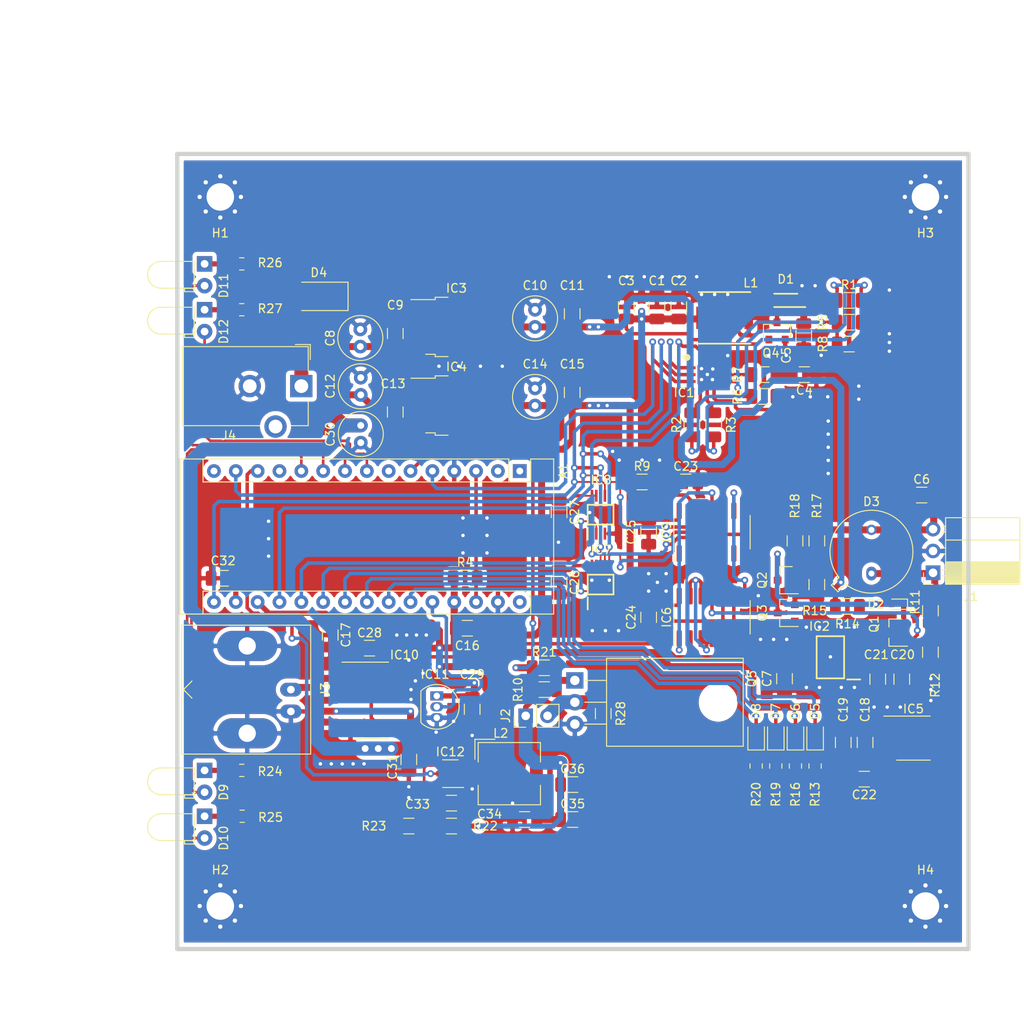
<source format=kicad_pcb>
(kicad_pcb (version 20211014) (generator pcbnew)
  (layers (0 "F.Cu" signal) (31 "B.Cu" signal) (34 "B.Paste" user) (35 "F.Paste" user) (36 "B.SilkS" user "B.Silkscreen") (37 "F.SilkS" user "F.Silkscreen") (38 "B.Mask" user) (39 "F.Mask" user) (44 "Edge.Cuts" user))
  (net 0 "")
  (net 1 "GND")
  (net 2 "VCC")
  (net 3 "Net-(C4-Pad2)")
  (net 4 "Vdrive")
  (net 5 "Net-(D1-Pad2)")
  (net 6 "Net-(D2-Pad1)")
  (net 7 "Net-(D2-Pad2)")
  (net 8 "CS_BIAS")
  (net 9 "Net-(IC1-Pad10)")
  (net 10 "Net-(IC1-Pad8)")
  (net 11 "Net-(IC1-Pad7)")
  (net 12 "Net-(IC1-Pad6)")
  (net 13 "Net-(IC1-Pad5)")
  (net 14 "Net-(IC1-Pad4)")
  (net 15 "CL_FLAG")
  (net 16 "DIN")
  (net 17 "SCLK")
  (net 18 "SIGNAL")
  (net 19 "Net-(IC2-Pad3)")
  (net 20 "V_REF")
  (net 21 "RESET")
  (net 22 "Net-(Q2-Pad2)")
  (net 23 "Net-(Q2-Pad1)")
  (net 24 "QUENCH")
  (net 25 "+12V")
  (net 26 "/CS+")
  (net 27 "+VDC")
  (net 28 "Net-(A1-Pad30)")
  (net 29 "Net-(A1-Pad28)")
  (net 30 "Net-(A1-Pad12)")
  (net 31 "Net-(A1-Pad2)")
  (net 32 "Net-(A1-Pad1)")
  (net 33 "Net-(D4-Pad2)")
  (net 34 "Net-(C22-Pad1)")
  (net 35 "Net-(IC5-Pad8)")
  (net 36 "Net-(IC5-Pad7)")
  (net 37 "Net-(IC5-Pad5)")
  (net 38 "Net-(IC5-Pad1)")
  (net 39 "Net-(C23-Pad1)")
  (net 40 "Net-(IC6-Pad12)")
  (net 41 "Net-(IC6-Pad8)")
  (net 42 "Net-(IC6-Pad1)")
  (net 43 "Net-(IC7-Pad6)")
  (net 44 "Net-(IC7-Pad3)")
  (net 45 "CS_RESET")
  (net 46 "Net-(IC8-Pad6)")
  (net 47 "Net-(IC8-Pad3)")
  (net 48 "CS_QUENCH")
  (net 49 "Net-(IC8-Pad1)")
  (net 50 "Net-(IC10-Pad1)")
  (net 51 "Net-(IC10-Pad10)")
  (net 52 "TEMP")
  (net 53 "PWM_PELTIER")
  (net 54 "Net-(J2-Pad2)")
  (net 55 "Net-(D5-Pad1)")
  (net 56 "LED1")
  (net 57 "LED2")
  (net 58 "Net-(D6-Pad1)")
  (net 59 "LED3")
  (net 60 "Net-(D7-Pad1)")
  (net 61 "LED4")
  (net 62 "Net-(D8-Pad1)")
  (net 63 "Net-(Q5-Pad1)")
  (net 64 "DOUT")
  (net 65 "+3V3")
  (net 66 "Net-(C33-Pad2)")
  (net 67 "Net-(C33-Pad1)")
  (net 68 "Net-(C34-Pad1)")
  (net 69 "Net-(IC12-Pad4)")
  (net 70 "PWM_EN")
  (net 71 "CS_TC")
  (net 72 "LED8")
  (net 73 "LED7")
  (net 74 "LED6")
  (net 75 "LED5")
  (net 76 "Net-(D9-Pad1)")
  (net 77 "Net-(D10-Pad1)")
  (net 78 "Net-(D11-Pad1)")
  (net 79 "Net-(D12-Pad1)")
  (footprint "Capacitor_SMD:C_1206_3216Metric" (layer "F.Cu") (at 177.038 66.82 90)
    (fp_text reference "C5")
    (fp_text value "47n/200V")
  )
  (footprint "Diode_SMD:D_SOD-523" (layer "F.Cu") (at 187.96 98.062 180)
    (fp_text reference "D2")
    (fp_text value "CMOD6263")
  )
  (footprint "Package_TO_SOT_SMD:SOT-23" (layer "F.Cu") (at 187.706 101.364 180)
    (fp_text reference "Q1")
    (fp_text value "BSS123")
  )
  (footprint "Resistor_SMD:R_1206_3216Metric" (layer "F.Cu") (at 191.77 103.65 -90)
    (fp_text reference "R12")
    (fp_text value "4,7k")
  )
  (footprint "Resistor_SMD:R_1206_3216Metric" (layer "F.Cu") (at 182.118 98.316)
    (fp_text reference "R14")
    (fp_text value "220k")
  )
  (footprint "Resistor_SMD:R_1206_3216Metric" (layer "F.Cu") (at 178.562 95.776 -90)
    (fp_text reference "R15")
    (fp_text value "47k")
  )
  (footprint "Resistor_SMD:R_1206_3216Metric" (layer "F.Cu") (at 178.562 90.696 90)
    (fp_text reference "R17")
    (fp_text value "470k")
  )
  (footprint "Resistor_SMD:R_1206_3216Metric" (layer "F.Cu") (at 176.022 90.696 90)
    (fp_text reference "R18")
    (fp_text value "220k")
  )
  (footprint "Capacitor_SMD:C_1206_3216Metric" (layer "F.Cu") (at 190.754 85.362)
    (fp_text reference "C6")
    (fp_text value "100n/200V")
  )
  (footprint "Capacitor_THT:C_Radial_D5.0mm_H11.0mm_P2.00mm" (layer "F.Cu") (at 145.796 74.948 90)
    (fp_text reference "C14")
    (fp_text value "10u")
  )
  (footprint "Capacitor_THT:C_Radial_D5.0mm_H11.0mm_P2.00mm" (layer "F.Cu") (at 125.53 73.708 90)
    (fp_text reference "C12")
    (fp_text value "10u")
  )
  (footprint "Capacitor_SMD:C_1206_3216Metric" (layer "F.Cu") (at 150.114 64.28 90)
    (fp_text reference "C11")
    (fp_text value "100n")
  )
  (footprint "Capacitor_THT:C_Radial_D5.0mm_H11.0mm_P2.00mm" (layer "F.Cu") (at 145.796 65.804 90)
    (fp_text reference "C10")
    (fp_text value "10u")
  )
  (footprint "Capacitor_THT:C_Radial_D5.0mm_H11.0mm_P2.00mm" (layer "F.Cu") (at 125.476 68.09 90)
    (fp_text reference "C8")
    (fp_text value "10u")
  )
  (footprint "Capacitor_SMD:C_1206_3216Metric" (layer "F.Cu") (at 129.54 66.566 90)
    (fp_text reference "C9")
    (fp_text value "100n")
  )
  (footprint "Package_TO_SOT_SMD:TO-252-2" (layer "F.Cu") (at 136.652 74.948)
    (fp_text reference "IC4")
    (fp_text value "NCP1117-5.0_TO252")
  )
  (footprint "Capacitor_SMD:C_1206_3216Metric" (layer "F.Cu") (at 150.114 73.424 90)
    (fp_text reference "C15")
    (fp_text value "100n")
  )
  (footprint "Capacitor_SMD:C_1206_3216Metric" (layer "F.Cu") (at 129.54 75.71 90)
    (fp_text reference "C13")
    (fp_text value "100n")
  )
  (footprint "Package_TO_SOT_SMD:TO-252-2" (layer "F.Cu") (at 136.652 65.804)
    (fp_text reference "IC3")
    (fp_text value "NCP1117-12_TO252")
  )
  (footprint "SamacSys_Parts:SOD3716X135N" (layer "F.Cu") (at 174.952 62.716 180)
    (fp_text reference "D1")
    (fp_text value "BAT46W-E3-08" hide)
  )
  (footprint "Capacitor_SMD:C_1206_3216Metric" (layer "F.Cu") (at 162.506 63.478 90)
    (fp_text reference "C2")
    (fp_text value "100n")
  )
  (footprint "Capacitor_SMD:C_1206_3216Metric" (layer "F.Cu") (at 177.108 71.352 180)
    (fp_text reference "C4")
    (fp_text value "220n")
  )
  (footprint "Capacitor_SMD:C_1206_3216Metric" (layer "F.Cu") (at 156.41 63.478 90)
    (fp_text reference "C3")
    (fp_text value "1u")
  )
  (footprint "Capacitor_SMD:C_1206_3216Metric" (layer "F.Cu") (at 159.966 63.478 90)
    (fp_text reference "C1")
    (fp_text value "1u")
  )
  (footprint "Resistor_SMD:R_1206_3216Metric" (layer "F.Cu") (at 182.318 65.256 180)
    (fp_text reference "R5")
    (fp_text value "2,2M")
  )
  (footprint "SamacSys_Parts:A921CY100MP3" (layer "F.Cu") (at 167.84 64.748)
    (fp_text reference "L1")
    (fp_text value "#A921CY-101M=P3" hide)
  )
  (footprint "Resistor_SMD:R_1206_3216Metric" (layer "F.Cu") (at 172.412 73.892 180)
    (fp_text reference "R6")
    (fp_text value "24,9k")
  )
  (footprint "Package_TO_SOT_SMD:SOT-23" (layer "F.Cu") (at 173.936 66.272 90)
    (fp_text reference "Q4")
    (fp_text value "BSS123")
  )
  (footprint "Resistor_SMD:R_1206_3216Metric" (layer "F.Cu") (at 182.318 62.716)
    (fp_text reference "R1")
    (fp_text value "4k")
  )
  (footprint "Resistor_SMD:R_1206_3216Metric" (layer "F.Cu") (at 164.03 77.194 -90)
    (fp_text reference "R2")
    (fp_text value "1M")
  )
  (footprint "Resistor_SMD:R_1206_3216Metric" (layer "F.Cu") (at 166.57 77.194 90)
    (fp_text reference "R3")
    (fp_text value "1M")
  )
  (footprint "Resistor_SMD:R_1206_3216Metric" (layer "F.Cu") (at 172.412 71.352)
    (fp_text reference "R7")
    (fp_text value "20k")
  )
  (footprint "Resistor_SMD:R_1206_3216Metric" (layer "F.Cu") (at 182.318 67.796)
    (fp_text reference "R8")
    (fp_text value "32,4k")
  )
  (footprint "Diode_SMD:D_SMA" (layer "F.Cu") (at 120.65 62.248 180)
    (fp_text reference "D4")
    (fp_text value "B120-E3")
  )
  (footprint "Package_TO_SOT_THT:TO-5-2_Window" (layer "F.Cu") (at 184.914 94.493 90)
    (fp_text reference "D3")
    (fp_text value "BPX61")
  )
  (footprint "Connector_PinSocket_2.54mm:PinSocket_1x03_P2.54mm_Horizontal" (layer "F.Cu") (at 192.078 94.409 180)
    (fp_text reference "J1")
    (fp_text value "APD")
  )
  (footprint "Package_TO_SOT_SMD:SOT-23" (layer "F.Cu") (at 175.006 95.268 180)
    (fp_text reference "Q2")
    (fp_text value "BSS84P")
  )
  (footprint "Package_TO_SOT_SMD:SOT-23" (layer "F.Cu") (at 175.006 99.078 180)
    (fp_text reference "Q3")
    (fp_text value "BSS123")
  )
  (footprint "Capacitor_SMD:C_1206_3216Metric" (layer "F.Cu") (at 121.974 101.648 -90)
    (fp_text reference "C17")
    (fp_text value "100n")
  )
  (footprint "Connector_Coaxial:BNC_Amphenol_B6252HB-NPP3G-50_Horizontal" (layer "F.Cu") (at 117.402 107.998 90)
    (fp_text reference "J3")
    (fp_text value "Conn_Coaxial")
  )
  (footprint "Capacitor_SMD:C_1206_3216Metric" (layer "F.Cu") (at 137.922 100.856)
    (fp_text reference "C16")
    (fp_text value "100n")
  )
  (footprint "Capacitor_SMD:C_1206_3216Metric" (layer "F.Cu") (at 188.44 106.782 -90)
    (fp_text reference "C20")
    (fp_text value "2,2u")
  )
  (footprint "Capacitor_SMD:C_1206_3216Metric" (layer "F.Cu") (at 185.646 106.782 -90)
    (fp_text reference "C21")
    (fp_text value "100n")
  )
  (footprint "Resistor_SMD:R_1206_3216Metric" (layer "F.Cu") (at 137.668 95.014)
    (fp_text reference "R4")
    (fp_text value "1k")
  )
  (footprint "Capacitor_SMD:C_1206_3216Metric" (layer "F.Cu") (at 174.804 106.728 -90)
    (fp_text reference "C7")
    (fp_text value "100n")
  )
  (footprint "Capacitor_SMD:C_1206_3216Metric" (layer "F.Cu") (at 163.322 83.838)
    (fp_text reference "C23")
    (fp_text value "100n")
  )
  (footprint "Capacitor_SMD:C_1206_3216Metric" (layer "F.Cu") (at 159.004 99.586 -90)
    (fp_text reference "C24")
    (fp_text value "100n")
  )
  (footprint "Capacitor_SMD:C_1206_3216Metric" (layer "F.Cu") (at 159.004 89.68 -90)
    (fp_text reference "C25")
    (fp_text value "100n")
  )
  (footprint "Capacitor_SMD:C_1206_3216Metric" (layer "F.Cu") (at 148.59 95.522 -90)
    (fp_text reference "C26")
    (fp_text value "100n")
  )
  (footprint "Capacitor_SMD:C_1206_3216Metric" (layer "F.Cu") (at 148.59 87.394 -90)
    (fp_text reference "C27")
    (fp_text value "100n")
  )
  (footprint "Package_SO:SOIC-14_3.9x8.7mm_P1.27mm" (layer "F.Cu") (at 166.37 99.586 90)
    (fp_text reference "IC6")
    (fp_text value "74LS00")
  )
  (footprint "SamacSys_Parts:SOP50P490X110-10N" (layer "F.Cu") (at 153.416 95.776 90)
    (fp_text reference "IC7")
    (fp_text value "DS1124U-25+" hide)
  )
  (footprint "Package_SO:SOIC-14_3.9x8.7mm_P1.27mm" (layer "F.Cu") (at 166.37 89.68 90)
    (fp_text reference "IC9")
    (fp_text value "74LS00")
  )
  (footprint "Resistor_SMD:R_1206_3216Metric" (layer "F.Cu") (at 158.242 83.838)
    (fp_text reference "R9")
    (fp_text value "4,7k")
  )
  (footprint "SamacSys_Parts:SOP50P490X110-10N" (layer "F.Cu") (at 153.416 87.648 90)
    (fp_text reference "IC8")
    (fp_text value "DS1124U-25+" hide)
  )
  (footprint "Resistor_SMD:R_1206_3216Metric" (layer "F.Cu") (at 191.77 98.824 -90)
    (fp_text reference "R11")
    (fp_text value "220k")
  )
  (footprint "Package_SO:SOIC-14_3.9x8.7mm_P1.27mm" (layer "F.Cu") (at 126.811 109.238)
    (fp_text reference "IC10")
    (fp_text value "74LS04")
  )
  (footprint "SamacSys_Parts:QFN80P400X400X80-13N-D" (layer "F.Cu") (at 165.808 71.352)
    (fp_text reference "IC1")
    (fp_text value "MAX1932ETC+" hide)
  )
  (footprint "SamacSys_Parts:SOIC127P600X175-8N" (layer "F.Cu") (at 180.138 104.238 180)
    (fp_text reference "IC2")
    (fp_text value "TLV3501AIDR" hide)
  )
  (footprint "Package_TO_SOT_THT:TO-92_Inline" (layer "F.Cu") (at 134.366 108.73 -90)
    (fp_text reference "IC11")
    (fp_text value "LM35-LP")
  )
  (footprint "Capacitor_THT:C_Radial_D5.0mm_H11.0mm_P2.00mm" (layer "F.Cu") (at 125.53 77.264 -90)
    (fp_text reference "C30")
    (fp_text value "10u")
  )
  (footprint "Capacitor_SMD:C_1206_3216Metric" (layer "F.Cu") (at 131.118 116.126 -90)
    (fp_text reference "C31")
    (fp_text value "100n")
  )
  (footprint "Connector_BarrelJack:BarrelJack_CUI_PJ-102AH_Horizontal" (layer "F.Cu") (at 118.618 72.692 -90)
    (fp_text reference "J4")
    (fp_text value "Barrel_Jack")
  )
  (footprint "Capacitor_SMD:C_1206_3216Metric" (layer "F.Cu") (at 126.546 103.172 180)
    (fp_text reference "C28")
    (fp_text value "100n")
  )
  (footprint "Package_TO_SOT_THT:TO-220-3_Horizontal_TabDown" (layer "F.Cu") (at 150.422 106.928 -90)
    (fp_text reference "Q5")
    (fp_text value "IRF540N")
  )
  (footprint "Capacitor_SMD:C_1206_3216Metric" (layer "F.Cu") (at 138.484 110.284 -90)
    (fp_text reference "C29")
    (fp_text value "100n")
  )
  (footprint "LED_SMD:LED_0805_2012Metric" (layer "F.Cu") (at 178.362 113.332 90)
    (fp_text reference "D5")
    (fp_text value "LED")
  )
  (footprint "Resistor_SMD:R_1206_3216Metric" (layer "F.Cu") (at 146.866 107.998)
    (fp_text reference "R10")
    (fp_text value "4,7k")
  )
  (footprint "Resistor_SMD:R_0805_2012Metric" (layer "F.Cu") (at 171.504 116.888 -90)
    (fp_text reference "R20")
    (fp_text value "220")
  )
  (footprint "Resistor_SMD:R_0805_2012Metric" (layer "F.Cu") (at 178.362 116.888 -90)
    (fp_text reference "R13")
    (fp_text value "220")
  )
  (footprint "Resistor_SMD:R_0805_2012Metric" (layer "F.Cu") (at 173.79 116.888 -90)
    (fp_text reference "R19")
    (fp_text value "220")
  )
  (footprint "Resistor_SMD:R_0805_2012Metric" (layer "F.Cu") (at 176.076 116.888 -90)
    (fp_text reference "R16")
    (fp_text value "220")
  )
  (footprint "LED_SMD:LED_0805_2012Metric" (layer "F.Cu") (at 176.076 113.332 90)
    (fp_text reference "D6")
    (fp_text value "LED")
  )
  (footprint "LED_SMD:LED_0805_2012Metric" (layer "F.Cu") (at 171.504 113.332 90)
    (fp_text reference "D8")
    (fp_text value "LED")
  )
  (footprint "LED_SMD:LED_0805_2012Metric" (layer "F.Cu") (at 173.79 113.332 90)
    (fp_text reference "D7")
    (fp_text value "LED")
  )
  (footprint "Capacitor_SMD:C_1206_3216Metric" (layer "F.Cu") (at 181.634 114.148 -90)
    (fp_text reference "C19")
    (fp_text value "2,2u")
  )
  (footprint "Capacitor_SMD:C_1206_3216Metric" (layer "F.Cu") (at 184.174 114.148 -90)
    (fp_text reference "C18")
    (fp_text value "100n")
  )
  (footprint "Capacitor_SMD:C_1206_3216Metric" (layer "F.Cu") (at 184.08 118.412 180)
    (fp_text reference "C22")
    (fp_text value "1u")
  )
  (footprint "Package_SO:SOIC-8_3.9x4.9mm_P1.27mm" (layer "F.Cu") (at 189.792 113.64)
    (fp_text reference "IC5")
    (fp_text value "MAX6225")
  )
  (footprint "Resistor_SMD:R_1206_3216Metric" (layer "F.Cu") (at 146.866 105.458)
    (fp_text reference "R21")
    (fp_text value "10")
  )
  (footprint "Module:Arduino_Nano" (layer "F.Cu") (at 144.018 82.568 -90)
    (fp_text reference "A1")
    (fp_text value "Arduino_Nano_v3.x")
  )
  (footprint "Capacitor_SMD:C_1206_3216Metric" (layer "F.Cu") (at 109.528 95.044 180)
    (fp_text reference "C32")
    (fp_text value "100n")
  )
  (footprint "Capacitor_SMD:C_1206_3216Metric" (layer "F.Cu") (at 136.071 121.206 180)
    (fp_text reference "C33")
    (fp_text value "100n")
  )
  (footprint "Capacitor_SMD:C_1206_3216Metric" (layer "F.Cu") (at 144.58 123.111 180)
    (fp_text reference "C34")
    (fp_text value "22u/6.3V")
  )
  (footprint "Capacitor_SMD:C_1206_3216Metric" (layer "F.Cu") (at 150.168 123.111)
    (fp_text reference "C35")
    (fp_text value "22u/6.3V")
  )
  (footprint "Capacitor_SMD:C_1206_3216Metric" (layer "F.Cu") (at 150.168 119.047)
    (fp_text reference "C36")
    (fp_text value "100n")
  )
  (footprint "Resistor_SMD:R_1206_3216Metric" (layer "F.Cu") (at 131.118 123.873)
    (fp_text reference "R23")
    (fp_text value "4,7k")
  )
  (footprint "Package_TO_SOT_SMD:SOT-23-6" (layer "F.Cu") (at 135.944 117.777 180)
    (fp_text reference "IC12")
    (fp_text value "TPS563200")
  )
  (footprint "Inductor_SMD:L_TDK_SLF7055" (layer "F.Cu") (at 142.802 117.777)
    (fp_text reference "L2")
    (fp_text value "3,3 uH")
  )
  (footprint "Resistor_SMD:R_1206_3216Metric" (layer "F.Cu") (at 136.071 123.873 180)
    (fp_text reference "R22")
    (fp_text value "4,7k")
  )
  (footprint "Resistor_SMD:R_0805_2012Metric" (layer "F.Cu") (at 111.687 63.802)
    (fp_text reference "R27")
    (fp_text value "220")
  )
  (footprint "Resistor_SMD:R_0805_2012Metric" (layer "F.Cu") (at 111.687 58.468)
    (fp_text reference "R26")
    (fp_text value "220")
  )
  (footprint "LED_THT:LED_D3.0mm_Horizontal_O1.27mm_Z6.0mm" (layer "F.Cu") (at 107.369 117.396 -90)
    (fp_text reference "D9")
    (fp_text value "LED")
  )
  (footprint "Resistor_SMD:R_0805_2012Metric" (layer "F.Cu") (at 111.7355 122.73)
    (fp_text reference "R25")
    (fp_text value "220")
  )
  (footprint "LED_THT:LED_D3.0mm_Horizontal_O1.27mm_Z6.0mm" (layer "F.Cu") (at 107.369 58.468 -90)
    (fp_text reference "D11")
    (fp_text value "LED")
  )
  (footprint "LED_THT:LED_D3.0mm_Horizontal_O1.27mm_Z6.0mm" (layer "F.Cu") (at 107.369 63.802 -90)
    (fp_text reference "D12")
    (fp_text value "LED")
  )
  (footprint "LED_THT:LED_D3.0mm_Horizontal_O1.27mm_Z6.0mm" (layer "F.Cu") (at 107.369 122.73 -90)
    (fp_text reference "D10")
    (fp_text value "LED")
  )
  (footprint "Resistor_SMD:R_0805_2012Metric" (layer "F.Cu") (at 111.687 117.396)
    (fp_text reference "R24")
    (fp_text value "220")
  )
  (footprint "Resistor_SMD:R_1206_3216Metric" (layer "F.Cu") (at 153.724 110.792 90)
    (fp_text reference "R28")
    (fp_text value "0")
  )
  (footprint "Connector_PinHeader_2.54mm:PinHeader_1x02_P2.54mm_Vertical" (layer "F.Cu") (at 144.707 111.046 90)
    (fp_text reference "J2")
    (fp_text value "Conn_01x02_Female")
  )
  (footprint "MountingHole:MountingHole_3.2mm_M3_Pad_Via" (layer "F.Cu") (at 109.194 50.678 180)
    (fp_text reference "H1")
    (fp_text value "MountingHole_Pad")
  )
  (footprint "MountingHole:MountingHole_3.2mm_M3_Pad_Via" (layer "F.Cu") (at 109.194 133.178)
    (fp_text reference "H2")
    (fp_text value "MountingHole_Pad")
  )
  (footprint "MountingHole:MountingHole_3.2mm_M3_Pad_Via" (layer "F.Cu") (at 191.194 50.678 180)
    (fp_text reference "H3")
    (fp_text value "MountingHole_Pad")
  )
  (footprint "MountingHole:MountingHole_3.2mm_M3_Pad_Via" (layer "F.Cu") (at 191.194 133.178)
    (fp_text reference "H4")
    (fp_text value "MountingHole_Pad")
  )
  (gr_line (start 104.194 45.678) (end 104.194 138.178) (layer "Edge.Cuts") (width 0.5))
  (gr_line (start 104.194 138.178) (end 196.194 138.178) (layer "Edge.Cuts") (width 0.5))
  (gr_line (start 196.194 45.678) (end 196.194 138.178) (layer "Edge.Cuts") (width 0.5))
  (gr_line (start 104.194 45.678) (end 196.194 45.678) (layer "Edge.Cuts") (width 0.5))
  (segment (start 166.462 70.698) (end 165.827 71.333) (width 0.4064) (layer "F.Cu") (net 1))
  (segment (start 165.827 71.333) (end 165.808 71.352) (width 0.4064) (layer "F.Cu") (net 1))
  (segment (start 137.044 118.727) (end 137.9804 118.727) (width 0.4064) (layer "F.Cu") (net 1))
  (segment (start 166.608 70.552) (end 166.462 70.698) (width 0.4064) (layer "F.Cu") (net 1))
  (segment (start 167.658 70.552) (end 166.608 70.552) (width 0.4064) (layer "F.Cu") (net 1))
  (segment (start 153.916 89.848) (end 154.416 89.848) (width 0.2032) (layer "F.Cu") (net 1))
  (segment (start 153.916 97.976) (end 154.416 97.976) (width 0.2032) (layer "F.Cu") (net 1))
  (segment (start 137.9804 118.727) (end 138.23 118.9766) (width 0.4064) (layer "F.Cu") (net 1))
  (via (at 140.208 88.029) (size 0.8) (drill 0.4) (layers "F.Cu" "B.Cu") (net 1))
  (via (at 140.208 92.093) (size 0.8) (drill 0.4) (layers "F.Cu" "B.Cu") (net 1))
  (via (at 137.414 90.061) (size 0.8) (drill 0.4) (layers "F.Cu" "B.Cu") (net 1))
  (via (at 137.414 88.029) (size 0.8) (drill 0.4) (layers "F.Cu" "B.Cu") (net 1))
  (via (at 137.414 92.093) (size 0.8) (drill 0.4) (layers "F.Cu" "B.Cu") (net 1))
  (via (at 140.208 90.061) (size 0.8) (drill 0.4) (layers "F.Cu" "B.Cu") (net 1))
  (via (at 182.93 100.732) (size 0.8) (drill 0.4) (layers "F.Cu" "B.Cu") (net 1))
  (via (at 181.406 100.732) (size 0.8) (drill 0.4) (layers "F.Cu" "B.Cu") (net 1))
  (via (at 178.866 100.732) (size 0.8) (drill 0.4) (layers "F.Cu" "B.Cu") (net 1))
  (via (at 177.342 100.732) (size 0.8) (drill 0.4) (layers "F.Cu" "B.Cu") (net 1))
  (via (at 186.998 61.516) (size 0.8) (drill 0.4) (layers "F.Cu" "B.Cu") (net 1))
  (via (at 154.432 59.962) (size 0.8) (drill 0.4) (layers "F.Cu" "B.Cu") (net 1))
  (via (at 180.14 104.188) (size 0.8) (drill 0.4) (layers "F.Cu" "B.Cu") (net 1))
  (via (at 186.744 110.03) (size 0.8) (drill 0.4) (layers "F.Cu" "B.Cu") (net 1))
  (via (at 132.769 106.093) (size 0.8) (drill 0.4) (layers "F.Cu" "B.Cu") (net 1))
  (via (at 154.432 95.268) (size 0.8) (drill 0.4) (layers "F.Cu" "B.Cu") (net 1))
  (via (at 136.325 111.681) (size 0.8) (drill 0.4) (layers "F.Cu" "B.Cu") (net 1))
  (via (at 131.88 106.982) (size 0.8) (drill 0.4) (layers "F.Cu" "B.Cu") (net 1))
  (via (at 177.346 107.744) (size 0.8) (drill 0.4) (layers "F.Cu" "B.Cu") (net 1))
  (via (at 148.517 90.853) (size 0.8) (drill 0.4) (layers "F.Cu" "B.Cu") (net 1))
  (via (at 191.824 109.268) (size 0.8) (drill 0.4) (layers "F.Cu" "B.Cu") (net 1))
  (via (at 158.496 59.962) (size 0.8) (drill 0.4) (layers "F.Cu" "B.Cu") (net 1))
  (via (at 183.442 74.216) (size 0.8) (drill 0.4) (layers "F.Cu" "B.Cu") (net 1))
  (via (at 125.911 116.634) (size 0.8) (drill 0.4) (layers "F.Cu" "B.Cu") (net 1))
  (via (at 168.202 69.136) (size 0.8) (drill 0.4) (layers "F.Cu" "B.Cu") (net 1))
  (via (at 134.62 70.376) (size 0.8) (drill 0.4) (layers "F.Cu" "B.Cu") (net 1))
  (via (at 160.582 59.962) (size 0.8) (drill 0.4) (layers "F.Cu" "B.Cu") (net 1))
  (via (at 155.575 81.298) (size 0.8) (drill 0.4) (layers "F.Cu" "B.Cu") (net 1))
  (via (at 132.007 101.648) (size 0.8) (drill 0.4) (layers "F.Cu" "B.Cu") (net 1))
  (via (at 166.424 71.93) (size 0.8) (drill 0.4) (layers "F.Cu" "B.Cu") (net 1))
  (via (at 133.15 101.648) (size 0.8) (drill 0.4) (layers "F.Cu" "B.Cu") (net 1))
  (via (at 191.824 107.998) (size 0.8) (drill 0.4) (layers "F.Cu" "B.Cu") (net 1))
  (via (at 164.592 59.962) (size 0.8) (drill 0.4) (layers "F.Cu" "B.Cu") (net 1))
  (via (at 179.886 82.852) (size 0.8) (drill 0.4) (layers "F.Cu" "B.Cu") (net 1))
  (via (at 166.462 70.698) (size 0.8) (drill 0.4) (layers "F.Cu" "B.Cu") (net 1))
  (via (at 188.268 110.03) (size 0.8) (drill 0.4) (layers "F.Cu" "B.Cu") (net 1))
  (via (at 141.986 70.376) (size 0.8) (drill 0.4) (layers "F.Cu" "B.Cu") (net 1))
  (via (at 166.678 62.024) (size 0.8) (drill 0.4) (layers "F.Cu" "B.Cu") (net 1))
  (via (at 179.07 69.106) (size 0.8) (drill 0.4) (layers "F.Cu" "B.Cu") (net 1))
  (via (at 161.036 96.538) (size 0.8) (drill 0.4) (layers "F.Cu" "B.Cu") (net 1))
  (via (at 138.484 113.332) (size 0.8) (drill 0.4) (layers "F.Cu" "B.Cu") (net 1))
  (via (at 159.004 96.538) (size 0.8) (drill 0.4) (layers "F.Cu" "B.Cu") (net 1))
  (via (at 183.442 72.692) (size 0.8) (drill 0.4) (layers "F.Cu" "B.Cu") (net 1))
  (via (at 122.101 116.634) (size 0.8) (drill 0.4) (layers "F.Cu" "B.Cu") (net 1))
  (via (at 153.978 101.14) (size 0.8) (drill 0.4) (layers "F.Cu" "B.Cu") (net 1))
  (via (at 161.036 94.506) (size 0.8) (drill 0.4) (layers "F.Cu" "B.Cu") (net 1))
  (via (at 114.808 90.442) (size 0.8) (drill 0.4) (layers "F.Cu" "B.Cu") (net 1))
  (via (at 162.56 59.962) (size 0.8) (drill 0.4) (layers "F.Cu" "B.Cu") (net 1))
  (via (at 143.183 121.206) (size 0.8) (drill 0.4) (layers "F.Cu" "B.Cu") (net 1))
  (via (at 129.721 101.648) (size 0.8) (drill 0.4) (layers "F.Cu" "B.Cu") (net 1))
  (via (at 172.012 102.156) (size 0.8) (drill 0.4) (layers "F.Cu" "B.Cu") (net 1))
  (via (at 136.906 70.376) (size 0.8) (drill 0.4) (layers "F.Cu" "B.Cu") (net 1))
  (via (at 155.502 101.14) (size 0.8) (drill 0.4) (layers "F.Cu" "B.Cu") (net 1))
  (via (at 131.372 109.141) (size 0.8) (drill 0.4) (layers "F.Cu" "B.Cu") (net 1))
  (via (at 179.886 76.756) (size 0.8) (drill 0.4) (layers "F.Cu" "B.Cu") (net 1))
  (via (at 131.372 107.998) (size 0.8) (drill 0.4) (layers "F.Cu" "B.Cu") (net 1))
  (via (at 182.934 107.744) (size 0.8) (drill 0.4) (layers "F.Cu" "B.Cu") (net 1))
  (via (at 186.998 68.628) (size 0.8) (drill 0.4) (layers "F.Cu" "B.Cu") (net 1))
  (via (at 114.808 88.41) (size 0.8) (drill 0.4) (layers "F.Cu" "B.Cu") (net 1))
  (via (at 168.202 62.024) (size 0.8) (drill 0.4) (layers "F.Cu" "B.Cu") (net 1))
  (via (at 179.886 78.28) (size 0.8) (drill 0.4) (layers "F.Cu" "B.Cu") (net 1))
  (via (at 138.484 119.555) (size 0.8) (drill 0.4) (layers "F.Cu" "B.Cu") (net 1))
  (via (at 134.293 112.951) (size 0.8) (drill 0.4) (layers "F.Cu" "B.Cu") (net 1))
  (via (at 152.454 101.14) (size 0.8) (drill 0.4) (layers "F.Cu" "B.Cu") (net 1))
  (via (at 177.8 73.932) (size 0.8) (drill 0.4) (layers "F.Cu" "B.Cu") (net 1))
  (via (at 123.371 116.634) (size 0.8) (drill 0.4) (layers "F.Cu" "B.Cu") (net 1))
  (via (at 131.118 119.301) (size 0.8) (drill 0.4) (layers "F.Cu" "B.Cu") (net 1))
  (via (at 114.808 92.474) (size 0.8) (drill 0.4) (layers "F.Cu" "B.Cu") (net 1))
  (via (at 131.118 104.569) (size 0.8) (drill 0.4) (layers "F.Cu" "B.Cu") (net 1))
  (via (at 175.006 69.106) (size 0.8) (drill 0.4) (layers "F.Cu" "B.Cu") (net 1))
  (via (at 179.832 73.932) (size 0.8) (drill 0.4) (layers "F.Cu" "B.Cu") (net 1))
  (via (at 152.146 87.394) (size 0.8) (drill 0.4) (layers "F.Cu" "B.Cu") (net 1))
  (via (at 186.998 67.612) (size 0.8) (drill 0.4) (layers "F.Cu" "B.Cu") (net 1))
  (via (at 160.274 81.298) (size 0.8) (drill 0.4) (layers "F.Cu" "B.Cu") (net 1))
  (via (at 179.886 81.328) (size 0.8) (drill 0.4) (layers "F.Cu" "B.Cu") (net 1))
  (via (at 185.22 110.03) (size 0.8) (drill 0.4) (layers "F.Cu" "B.Cu") (net 1))
  (via (at 159.004 94.506) (size 0.8) (drill 0.4) (layers "F.Cu" "B.Cu") (net 1))
  (via (at 130.864 101.648) (size 0.8) (drill 0.4) (layers "F.Cu" "B.Cu") (net 1))
  (via (at 131.118 120.571) (size 0.8) (drill 0.4) (layers "F.Cu" "B.Cu") (net 1))
  (via (at 158.242 81.298) (size 0.8) (drill 0.4) (layers "F.Cu" "B.Cu") (net 1))
  (via (at 165.827 71.333) (size 0.8) (drill 0.4) (layers "F.Cu" "B.Cu") (net 1))
  (via (at 165.154 70.66) (size 0.8) (drill 0.4) (layers "F.Cu" "B.Cu") (net 1))
  (via (at 178.362 61.008) (size 0.8) (drill 0.4) (layers "F.Cu" "B.Cu") (net 1))
  (via (at 160.02 95.522) (size 0.8) (drill 0.4) (layers "F.Cu" "B.Cu") (net 1))
  (via (at 165.154 71.93) (size 0.8) (drill 0.4) (layers "F.Cu" "B.Cu") (net 1))
  (via (at 176.838 61.008) (size 0.8) (drill 0.4) (layers "F.Cu" "B.Cu") (net 1))
  (via (at 171.758 97.076) (size 0.8) (drill 0.4) (layers "F.Cu" "B.Cu") (net 1))
  (via (at 156.464 59.962) (size 0.8) (drill 0.4) (layers "F.Cu" "B.Cu") (net 1))
  (via (at 181.41 107.744) (size 0.8) (drill 0.4) (layers "F.Cu" "B.Cu") (net 1))
  (via (at 152.4 95.268) (size 0.8) (drill 0.4) (layers "F.Cu" "B.Cu") (net 1))
  (via (at 186.998 66.596) (size 0.8) (drill 0.4) (layers "F.Cu" "B.Cu") (net 1))
  (via (at 139.446 70.376) (size 0.8) (drill 0.4) (layers "F.Cu" "B.Cu") (net 1))
  (via (at 173.536 102.156) (size 0.8) (drill 0.4) (layers "F.Cu" "B.Cu") (net 1))
  (via (at 120.831 116.634) (size 0.8) (drill 0.4) (layers "F.Cu" "B.Cu") (net 1))
  (via (at 165.154 62.024) (size 0.8) (drill 0.4) (layers "F.Cu" "B.Cu") (net 1))
  (via (at 172.974 69.106) (size 0.8) (drill 0.4) (layers "F.Cu" "B.Cu") (net 1))
  (via (at 178.87 107.744) (size 0.8) (drill 0.4) (layers "F.Cu" "B.Cu") (net 1))
  (via (at 175.06 102.156) (size 0.8) (drill 0.4) (layers "F.Cu" "B.Cu") (net 1))
  (via (at 154.813 80.282) (size 0.8) (drill 0.4) (layers "F.Cu" "B.Cu") (net 1))
  (via (at 191.824 106.728) (size 0.8) (drill 0.4) (layers "F.Cu" "B.Cu") (net 1))
  (via (at 175.768 73.932) (size 0.8) (drill 0.4) (layers "F.Cu" "B.Cu") (net 1))
  (via (at 179.886 79.804) (size 0.8) (drill 0.4) (layers "F.Cu" "B.Cu") (net 1))
  (via (at 124.641 116.634) (size 0.8) (drill 0.4) (layers "F.Cu" "B.Cu") (net 1))
  (segment (start 153.162 74.948) (end 154.178 74.948) (width 0.8128) (layer "F.Cu") (net 2))
  (segment (start 152.146 74.948) (end 153.162 74.948) (width 0.8128) (layer "F.Cu") (net 2))
  (segment (start 138.752 74.948) (end 152.146 74.948) (width 0.8128) (layer "F.Cu") (net 2))
  (segment (start 155.902 64.878) (end 158.188 64.878) (width 0.8128) (layer "F.Cu") (net 2))
  (segment (start 159.966 64.878) (end 157.81 64.878) (width 0.8128) (layer "F.Cu") (net 2))
  (segment (start 159.966 64.878) (end 164.91 64.878) (width 0.8128) (layer "F.Cu") (net 2))
  (segment (start 164.91 64.878) (end 165.04 64.748) (width 0.8128) (layer "F.Cu") (net 2))
  (segment (start 157.81 64.878) (end 157.81 64.878) (width 0.8128) (layer "F.Cu") (net 2))
  (segment (start 158.188 64.878) (end 158.188 63.986) (width 0.8128) (layer "F.Cu") (net 2))
  (segment (start 175.875 105.328) (end 171.12 105.328) (width 0.8128) (layer "F.Cu") (net 2))
  (segment (start 114.842801 99.112801) (end 113.538 97.808) (width 0.6096) (layer "F.Cu") (net 2))
  (segment (start 164.176 67.288) (end 163.484 66.596) (width 0.4064) (layer "F.Cu") (net 2))
  (segment (start 149.098 80.028) (end 147.574 80.028) (width 0.8128) (layer "F.Cu") (net 2))
  (segment (start 149.787 94.155) (end 149.736 94.122) (width 0.2032) (layer "F.Cu") (net 2))
  (segment (start 138.738 108.6) (end 138.738 107.206) (width 0.8128) (layer "F.Cu") (net 2))
  (segment (start 134.674 101.14) (end 134.674 103.142) (width 0.8128) (layer "F.Cu") (net 2))
  (segment (start 150.114 74.824) (end 150.114 79.012) (width 0.8128) (layer "F.Cu") (net 2))
  (segment (start 121.463801 99.112801) (end 114.842801 99.112801) (width 0.6096) (layer "F.Cu") (net 2))
  (segment (start 150.366 85.448) (end 149.82 85.994) (width 0.4064) (layer "F.Cu") (net 2))
  (segment (start 159.004 88.28) (end 156.842 88.28) (width 0.8128) (layer "F.Cu") (net 2))
  (segment (start 147.574 80.028) (end 146.558 81.044) (width 0.8128) (layer "F.Cu") (net 2))
  (segment (start 121.974 100.248) (end 133.782 100.248) (width 0.8128) (layer "F.Cu") (net 2))
  (segment (start 161.468 105.328) (end 171.12 105.328) (width 0.8128) (layer "F.Cu") (net 2))
  (segment (start 136.652 103.142) (end 136.398 102.888) (width 0.8128) (layer "F.Cu") (net 2))
  (segment (start 181.888 112.748) (end 183.92 112.748) (width 0.8128) (layer "F.Cu") (net 2))
  (segment (start 136.398 97.808) (end 136.398 95.144) (width 0.8128) (layer "F.Cu") (net 2))
  (segment (start 136.398 97.808) (end 136.398 100.732) (width 0.8128) (layer "F.Cu") (net 2))
  (segment (start 128.146 103.372) (end 127.946 103.172) (width 0.4064) (layer "F.Cu") (net 2))
  (segment (start 129.286 105.428) (end 128.524 105.428) (width 0.4064) (layer "F.Cu") (net 2))
  (segment (start 151.24 85.448) (end 150.366 85.448) (width 0.4064) (layer "F.Cu") (net 2))
  (segment (start 136.398 100.732) (end 136.522 100.856) (width 0.8128) (layer "F.Cu") (net 2))
  (segment (start 175.822 110.03) (end 175.831599 110.039599) (width 0.8128) (layer "F.Cu") (net 2))
  (segment (start 165.808 69.502) (end 165.808 67.796) (width 0.4064) (layer "F.Cu") (net 2))
  (segment (start 149.82 85.994) (end 148.59 85.994) (width 0.4064) (layer "F.Cu") (net 2))
  (segment (start 159.82 103.68) (end 161.468 105.328) (width 0.8128) (layer "F.Cu") (net 2))
  (segment (start 155.278 74.948) (end 156.718 74.948) (width 0.8128) (layer "F.Cu") (net 2))
  (segment (start 146.558 100.94) (end 145.85 101.648) (width 0.8128) (layer "F.Cu") (net 2))
  (segment (start 154.178 74.948) (end 155.278 74.948) (width 0.8128) (layer "F.Cu") (net 2))
  (segment (start 145.85 101.648) (end 142.294 101.648) (width 0.8128) (layer "F.Cu") (net 2))
  (segment (start 134.366 108.73) (end 138.608 108.73) (width 0.6096) (layer "F.Cu") (net 2))
  (segment (start 128.524 105.428) (end 128.146 105.05) (width 0.4064) (layer "F.Cu") (net 2))
  (segment (start 128.146 105.05) (end 128.146 103.372) (width 0.4064) (layer "F.Cu") (net 2))
  (segment (start 162.436 98.186) (end 159.004 98.186) (width 0.4064) (layer "F.Cu") (net 2))
  (segment (start 181.634 110.762) (end 181.634 112.748) (width 0.8128) (layer "F.Cu") (net 2))
  (segment (start 162.436 88.28) (end 159.004 88.28) (width 0.4064) (layer "F.Cu") (net 2))
  (segment (start 143.31 103.68) (end 159.82 103.68) (width 0.8128) (layer "F.Cu") (net 2))
  (segment (start 165.3 67.288) (end 164.176 67.288) (width 0.4064) (layer "F.Cu") (net 2))
  (segment (start 171.12 109.392) (end 171.758 110.03) (width 0.8128) (layer "F.Cu") (net 2))
  (segment (start 159.004 98.186) (end 157.604 98.186) (width 0.8128) (layer "F.Cu") (net 2))
  (segment (start 138.608 108.73) (end 138.738 108.6) (width 0.6096) (layer "F.Cu") (net 2))
  (segment (start 146.558 81.044) (end 146.558 85.87) (width 0.8128) (layer "F.Cu") (net 2))
  (segment (start 148.59 85.994) (end 146.682 85.994) (width 0.8128) (layer "F.Cu") (net 2))
  (segment (start 152.916 85.448) (end 151.24 85.448) (width 0.2032) (layer "F.Cu") (net 2))
  (segment (start 136.398 102.888) (end 136.398 97.808) (width 0.8128) (layer "F.Cu") (net 2))
  (segment (start 146.688 94.122) (end 146.558 94.252) (width 0.8128) (layer "F.Cu") (net 2))
  (segment (start 180.911599 110.039599) (end 181.634 110.762) (width 0.8128) (layer "F.Cu") (net 2))
  (segment (start 163.484 66.596) (end 156.988 66.596) (width 0.4064) (layer "F.Cu") (net 2))
  (segment (start 121.974 100.248) (end 121.974 99.623) (width 0.6096) (layer "F.Cu") (net 2))
  (segment (start 146.558 94.252) (end 146.558 100.94) (width 0.8128) (layer "F.Cu") (net 2))
  (segment (start 156.988 66.596) (end 156.41 66.018) (width 0.4064) (layer "F.Cu") (net 2))
  (segment (start 146.682 85.994) (end 146.558 85.87) (width 0.8128) (layer "F.Cu") (net 2))
  (segment (start 146.558 85.87) (end 146.558 94.252) (width 0.8128) (layer "F.Cu") (net 2))
  (segment (start 137.16 103.142) (end 136.652 103.142) (width 0.8128) (layer "F.Cu") (net 2))
  (segment (start 152.916 93.576) (end 151.509 93.576) (width 0.2032) (layer "F.Cu") (net 2))
  (segment (start 165.808 67.796) (end 165.3 67.288) (width 0.4064) (layer "F.Cu") (net 2))
  (segment (start 149.82 94.122) (end 149.736 94.122) (width 0.4064) (layer "F.Cu") (net 2))
  (segment (start 121.974 99.623) (end 121.463801 99.112801) (width 0.6096) (layer "F.Cu") (net 2))
  (segment (start 157.604 98.186) (end 156.845 97.427) (width 0.8128) (layer "F.Cu") (net 2))
  (segment (start 156.845 75.075) (end 156.718 74.948) (width 0.8128) (layer "F.Cu") (net 2))
  (segment (start 142.294 101.648) (end 140.77 103.172) (width 0.8128) (layer "F.Cu") (net 2))
  (segment (start 149.736 94.122) (end 148.59 94.122) (width 0.4064) (layer "F.Cu") (net 2))
  (segment (start 162.56 87.205) (end 162.56 88.156) (width 0.4064) (layer "F.Cu") (net 2))
  (segment (start 186.933 113.005) (end 184.177 113.005) (width 0.4064) (layer "F.Cu") (net 2))
  (segment (start 156.845 97.427) (end 156.845 75.075) (width 0.8128) (layer "F.Cu") (net 2))
  (segment (start 150.366 93.576) (end 149.82 94.122) (width 0.4064) (layer "F.Cu") (net 2))
  (segment (start 148.59 94.122) (end 146.688 94.122) (width 0.8128) (layer "F.Cu") (net 2))
  (segment (start 136.398 95.144) (end 136.268 95.014) (width 0.4064) (layer "F.Cu") (net 2))
  (segment (start 127.946 103.172) (end 134.644 103.172) (width 0.8128) (layer "F.Cu") (net 2))
  (segment (start 177.427 104.873) (end 176.33 104.873) (width 0.8128) (layer "F.Cu") (net 2))
  (segment (start 133.782 100.248) (end 134.674 101.14) (width 0.8128) (layer "F.Cu") (net 2))
  (segment (start 151.509 93.576) (end 150.366 93.576) (width 0.4064) (layer "F.Cu") (net 2))
  (segment (start 141.662 105.328) (end 143.31 103.68) (width 0.8128) (layer "F.Cu") (net 2))
  (segment (start 162.56 88.156) (end 162.436 88.28) (width 0.4064) (layer "F.Cu") (net 2))
  (segment (start 137.16 103.142) (end 134.674 103.142) (width 0.8128) (layer "F.Cu") (net 2))
  (segment (start 162.56 97.111) (end 162.56 98.062) (width 0.4064) (layer "F.Cu") (net 2))
  (segment (start 134.674 105.328) (end 141.662 105.328) (width 0.8128) (layer "F.Cu") (net 2))
  (segment (start 176.33 104.873) (end 175.875 105.328) (width 0.8128) (layer "F.Cu") (net 2))
  (segment (start 140.77 103.172) (end 137.16 103.142) (width 0.8128) (layer "F.Cu") (net 2))
  (segment (start 150.114 79.012) (end 149.098 80.028) (width 0.8128) (layer "F.Cu") (net 2))
  (segment (start 134.644 103.172) (end 134.674 103.142) (width 0.8128) (layer "F.Cu") (net 2))
  (segment (start 162.56 98.062) (end 162.436 98.186) (width 0.4064) (layer "F.Cu") (net 2))
  (segment (start 171.758 110.03) (end 175.822 110.03) (width 0.8128) (layer "F.Cu") (net 2))
  (segment (start 175.831599 110.039599) (end 180.911599 110.039599) (width 0.8128) (layer "F.Cu") (net 2))
  (segment (start 171.12 105.328) (end 171.12 109.392) (width 0.8128) (layer "F.Cu") (net 2))
  (segment (start 156.41 66.018) (end 156.41 64.878) (width 0.4064) (layer "F.Cu") (net 2))
  (via (at 154.178 74.948) (size 0.8) (drill 0.4) (layers "F.Cu" "B.Cu") (net 2))
  (via (at 153.162 74.948) (size 0.8) (drill 0.4) (layers "F.Cu" "B.Cu") (net 2))
  (via (at 152.146 74.948) (size 0.8) (drill 0.4) (layers "F.Cu" "B.Cu") (net 2))
  (via (at 158.188 63.986) (size 0.8) (drill 0.4) (layers "F.Cu" "B.Cu") (net 2))
  (via (at 158.188 64.878) (size 0.8) (drill 0.4) (layers "F.Cu" "B.Cu") (net 2))
  (via (at 134.674 103.142) (size 0.8) (drill 0.4) (layers "F.Cu" "B.Cu") (net 2))
  (via (at 134.674 105.328) (size 0.8) (drill 0.4) (layers "F.Cu" "B.Cu") (net 2))
  (via (at 138.738 107.206) (size 0.8) (drill 0.4) (layers "F.Cu" "B.Cu") (net 2))
  (segment (start 158.188 74.24) (end 157.48 74.948) (width 0.8128) (layer "B.Cu") (net 2))
  (segment (start 134.674 105.204) (end 134.674 106.22) (width 0.8128) (layer "B.Cu") (net 2))
  (segment (start 158.188 63.986) (end 158.188 74.24) (width 0.8128) (layer "B.Cu") (net 2))
  (segment (start 157.48 74.948) (end 152.146 74.948) (width 0.8128) (layer "B.Cu") (net 2))
  (segment (start 135.66 107.206) (end 138.738 107.206) (width 0.8128) (layer "B.Cu") (net 2))
  (segment (start 134.674 106.22) (end 135.66 107.206) (width 0.8128) (layer "B.Cu") (net 2))
  (segment (start 134.674 103.142) (end 134.674 105.204) (width 0.8128) (layer "B.Cu") (net 2))
  (segment (start 173.812 71.352) (end 175.708 71.352) (width 0.6096) (layer "F.Cu") (net 3))
  (segment (start 183.718 62.716) (end 183.718 65.256) (width 0.4064) (layer "F.Cu") (net 4))
  (segment (start 183.718 62.716) (end 183.718 61.316) (width 0.4064) (layer "F.Cu") (net 4))
  (segment (start 183.718 61.316) (end 184.096 60.938) (width 0.4064) (layer "F.Cu") (net 4))
  (segment (start 166.57 78.594) (end 166.57 80.242) (width 0.4064) (layer "F.Cu") (net 4))
  (segment (start 192.154 88.026) (end 192.154 89.304) (width 0.8128) (layer "F.Cu") (net 4))
  (segment (start 185.982 63.294) (end 185.404 62.716) (width 0.8128) (layer "F.Cu") (net 4))
  (segment (start 192.154 85.362) (end 192.154 71.752) (width 0.8128) (layer "F.Cu") (net 4))
  (segment (start 185.982 70.152) (end 185.982 63.294) (width 0.8128) (layer "F.Cu") (net 4))
  (segment (start 192.263 89.413) (end 192.278 89.428) (width 0.8128) (layer "F.Cu") (net 4))
  (segment (start 192.154 71.752) (end 191.316 70.914) (width 0.8128) (layer "F.Cu") (net 4))
  (segment (start 191.316 70.914) (end 186.744 70.914) (width 0.8128) (layer "F.Cu") (net 4))
  (segment (start 178.699 89.413) (end 178.562 89.55) (width 0.8128) (layer "F.Cu") (net 4))
  (segment (start 185.404 62.716) (end 183.718 62.716) (width 0.8128) (layer "F.Cu") (net 4))
  (segment (start 192.154 89.304) (end 192.278 89.428) (width 0.8128) (layer "F.Cu") (net 4))
  (segment (start 186.744 70.914) (end 185.982 70.152) (width 0.8128) (layer "F.Cu") (net 4))
  (segment (start 192.154 85.362) (end 192.154 88.026) (width 0.8128) (layer "F.Cu") (net 4))
  (segment (start 184.914 89.413) (end 178.699 89.413) (width 0.8128) (layer "F.Cu") (net 4))
  (segment (start 184.914 89.413) (end 192.263 89.413) (width 0.8128) (layer "F.Cu") (net 4))
  (via (at 184.096 60.938) (size 0.8) (drill 0.4) (layers "F.Cu" "B.Cu") (net 4))
  (via (at 166.57 80.242) (size 0.8) (drill 0.4) (layers "F.Cu" "B.Cu") (net 4))
  (segment (start 182.826 61.192) (end 182.826 66.272) (width 0.4064) (layer "B.Cu") (net 4))
  (segment (start 172.158 67.288) (end 171.396 68.05) (width 0.4064) (layer "B.Cu") (net 4))
  (segment (start 184.096 60.938) (end 183.08 60.938) (width 0.4064) (layer "B.Cu") (net 4))
  (segment (start 182.826 66.272) (end 181.81 67.288) (width 0.4064) (layer "B.Cu") (net 4))
  (segment (start 171.396 68.05) (end 171.396 73.892) (width 0.4064) (layer "B.Cu") (net 4))
  (segment (start 170.634 74.654) (end 166.316 74.654) (width 0.4064) (layer "B.Cu") (net 4))
  (segment (start 181.81 67.288) (end 172.158 67.288) (width 0.4064) (layer "B.Cu") (net 4))
  (segment (start 166.316 74.654) (end 165.808 75.162) (width 0.4064) (layer "B.Cu") (net 4))
  (segment (start 183.08 60.938) (end 182.826 61.192) (width 0.4064) (layer "B.Cu") (net 4))
  (segment (start 171.396 73.892) (end 170.634 74.654) (width 0.4064) (layer "B.Cu") (net 4))
  (segment (start 166.062 80.242) (end 166.57 80.242) (width 0.4064) (layer "B.Cu") (net 4))
  (segment (start 165.808 75.162) (end 165.808 79.988) (width 0.4064) (layer "B.Cu") (net 4))
  (segment (start 165.808 79.988) (end 166.062 80.242) (width 0.4064) (layer "B.Cu") (net 4))
  (segment (start 189.738 98.062) (end 190.376 97.424) (width 0.6096) (layer "F.Cu") (net 6))
  (segment (start 192.263 94.493) (end 192.278 94.508) (width 0.8128) (layer "F.Cu") (net 6))
  (segment (start 188.66 100.368) (end 188.706 100.414) (width 0.6096) (layer "F.Cu") (net 6))
  (segment (start 192.278 94.508) (end 192.278 97.424) (width 0.8128) (layer "F.Cu") (net 6))
  (segment (start 190.376 97.424) (end 192.278 97.424) (width 0.6096) (layer "F.Cu") (net 6))
  (segment (start 184.914 94.493) (end 192.263 94.493) (width 0.8128) (layer "F.Cu") (net 6))
  (segment (start 188.66 98.062) (end 189.738 98.062) (width 0.6096) (layer "F.Cu") (net 6))
  (segment (start 188.66 98.062) (end 188.66 100.368) (width 0.6096) (layer "F.Cu") (net 6))
  (segment (start 185.42 98.062) (end 183.772 98.062) (width 0.6096) (layer "F.Cu") (net 7))
  (segment (start 183.772 98.062) (end 183.518 98.316) (width 0.6096) (layer "F.Cu") (net 7))
  (segment (start 173.99 95.252) (end 174.006 95.268) (width 0.6096) (layer "F.Cu") (net 7))
  (segment (start 187.26 98.062) (end 185.42 98.062) (width 0.6096) (layer "F.Cu") (net 7))
  (segment (start 173.99 92.22) (end 173.99 95.252) (width 0.6096) (layer "F.Cu") (net 7))
  (via (at 185.42 98.062) (size 0.8) (drill 0.4) (layers "F.Cu" "B.Cu") (net 7))
  (via (at 173.99 92.22) (size 0.8) (drill 0.4) (layers "F.Cu" "B.Cu") (net 7))
  (segment (start 176.276 98.062) (end 175.006 98.062) (width 0.6096) (layer "B.Cu") (net 7))
  (segment (start 175.006 98.062) (end 173.99 97.046) (width 0.6096) (layer "B.Cu") (net 7))
  (segment (start 173.99 97.046) (end 173.99 92.22) (width 0.6096) (layer "B.Cu") (net 7))
  (segment (start 185.42 98.062) (end 176.276 98.062) (width 0.6096) (layer "B.Cu") (net 7))
  (segment (start 162.9728 68.05) (end 162.506 67.5832) (width 0.4064) (layer "F.Cu") (net 8))
  (segment (start 163.268 68.05) (end 162.9728 68.05) (width 0.4064) (layer "F.Cu") (net 8))
  (segment (start 165.008 68.5956) (end 164.4624 68.05) (width 0.4064) (layer "F.Cu") (net 8))
  (segment (start 164.4624 68.05) (end 163.268 68.05) (width 0.4064) (layer "F.Cu") (net 8))
  (segment (start 165.008 69.502) (end 165.008 68.5956) (width 0.4064) (layer "F.Cu") (net 8))
  (via (at 162.506 67.542) (size 0.8) (drill 0.4) (layers "F.Cu" "B.Cu") (net 8))
  (segment (start 116.078 87.394) (end 116.078 97.808) (width 0.4064) (layer "B.Cu") (net 8))
  (segment (start 152.4 79.52) (end 152.4 84.346) (width 0.4064) (layer "B.Cu") (net 8))
  (segment (start 152.4 84.346) (end 149.86 86.886) (width 0.4064) (layer "B.Cu") (net 8))
  (segment (start 149.86 86.886) (end 116.586 86.886) (width 0.4064) (layer "B.Cu") (net 8))
  (segment (start 152.908 79.012) (end 152.4 79.52) (width 0.4064) (layer "B.Cu") (net 8))
  (segment (start 162.506 67.542) (end 162.506 75.764) (width 0.4064) (layer "B.Cu") (net 8))
  (segment (start 159.258 79.012) (end 152.908 79.012) (width 0.4064) (layer "B.Cu") (net 8))
  (segment (start 116.586 86.886) (end 116.078 87.394) (width 0.4064) (layer "B.Cu") (net 8))
  (segment (start 162.506 75.764) (end 159.258 79.012) (width 0.4064) (layer "B.Cu") (net 8))
  (segment (start 167.078 67.796) (end 171.65 67.796) (width 0.4064) (layer "F.Cu") (net 9))
  (segment (start 166.608 69.502) (end 166.608 68.266) (width 0.4064) (layer "F.Cu") (net 9))
  (segment (start 172.1796 67.272) (end 172.986 67.272) (width 0.4064) (layer "F.Cu") (net 9))
  (segment (start 171.904 67.542) (end 171.9096 67.542) (width 0.4064) (layer "F.Cu") (net 9))
  (segment (start 171.65 67.796) (end 171.904 67.542) (width 0.4064) (layer "F.Cu") (net 9))
  (segment (start 171.9096 67.542) (end 172.1796 67.272) (width 0.4064) (layer "F.Cu") (net 9))
  (segment (start 166.608 68.266) (end 167.078 67.796) (width 0.4064) (layer "F.Cu") (net 9))
  (segment (start 167.658 71.352) (end 171.012 71.352) (width 0.4064) (layer "F.Cu") (net 10))
  (segment (start 171.012 73.892) (end 169.618 73.892) (width 0.4064) (layer "F.Cu") (net 11))
  (segment (start 169.148 72.152) (end 168.64 72.152) (width 0.4064) (layer "F.Cu") (net 11))
  (segment (start 169.618 73.892) (end 169.364 73.638) (width 0.4064) (layer "F.Cu") (net 11))
  (segment (start 169.364 73.638) (end 169.364 72.876) (width 0.4064) (layer "F.Cu") (net 11))
  (segment (start 169.364 72.368) (end 169.148 72.152) (width 0.4064) (layer "F.Cu") (net 11))
  (segment (start 168.64 72.152) (end 167.658 72.152) (width 0.4064) (layer "F.Cu") (net 11))
  (segment (start 169.364 72.876) (end 169.364 72.368) (width 0.4064) (layer "F.Cu") (net 11))
  (segment (start 180.918 65.256) (end 180.918 67.796) (width 0.4064) (layer "F.Cu") (net 11))
  (segment (start 180.918 65.256) (end 179.070004 65.256) (width 0.4064) (layer "F.Cu") (net 11))
  (via (at 169.364 72.876) (size 0.8) (drill 0.4) (layers "F.Cu" "B.Cu") (net 11))
  (via (at 179.070004 65.256) (size 0.8) (drill 0.4) (layers "F.Cu" "B.Cu") (net 11))
  (segment (start 169.364 72.876) (end 169.364 67.542) (width 0.4064) (layer "B.Cu") (net 11))
  (segment (start 178.504319 65.256) (end 179.070004 65.256) (width 0.4064) (layer "B.Cu") (net 11))
  (segment (start 169.364 67.542) (end 171.65 65.256) (width 0.4064) (layer "B.Cu") (net 11))
  (segment (start 171.65 65.256) (end 178.504319 65.256) (width 0.4064) (layer "B.Cu") (net 11))
  (segment (start 166.8996 74.4) (end 168.856 74.4) (width 0.4064) (layer "F.Cu") (net 12))
  (segment (start 169.364 75.416) (end 173.428 75.416) (width 0.4064) (layer "F.Cu") (net 12))
  (segment (start 166.608 74.1084) (end 166.8996 74.4) (width 0.4064) (layer "F.Cu") (net 12))
  (segment (start 168.856 74.4) (end 169.11 74.654) (width 0.4064) (layer "F.Cu") (net 12))
  (segment (start 169.11 74.654) (end 169.11 75.162) (width 0.4064) (layer "F.Cu") (net 12))
  (segment (start 169.11 75.162) (end 169.364 75.416) (width 0.4064) (layer "F.Cu") (net 12))
  (segment (start 173.428 75.416) (end 173.812 75.032) (width 0.4064) (layer "F.Cu") (net 12))
  (segment (start 173.812 75.032) (end 173.812 73.892) (width 0.4064) (layer "F.Cu") (net 12))
  (segment (start 166.608 73.202) (end 166.608 74.1084) (width 0.4064) (layer "F.Cu") (net 12))
  (segment (start 166.316 75.67) (end 166.316 74.908) (width 0.4064) (layer "F.Cu") (net 13))
  (segment (start 166.57 75.794) (end 166.44 75.794) (width 0.4064) (layer "F.Cu") (net 13))
  (segment (start 166.44 75.794) (end 166.316 75.67) (width 0.4064) (layer "F.Cu") (net 13))
  (segment (start 166.316 74.908) (end 166.316 75.162) (width 0.4064) (layer "F.Cu") (net 13))
  (segment (start 165.808 73.202) (end 165.808 74.4) (width 0.4064) (layer "F.Cu") (net 13))
  (segment (start 165.808 74.4) (end 166.316 74.908) (width 0.4064) (layer "F.Cu") (net 13))
  (segment (start 164.16 75.794) (end 164.538 75.416) (width 0.4064) (layer "F.Cu") (net 14))
  (segment (start 164.03 75.794) (end 164.16 75.794) (width 0.4064) (layer "F.Cu") (net 14))
  (segment (start 164.538 74.908) (end 165.008 74.438) (width 0.4064) (layer "F.Cu") (net 14))
  (segment (start 164.538 75.416) (end 164.538 74.908) (width 0.4064) (layer "F.Cu") (net 14))
  (segment (start 165.008 74.438) (end 165.008 73.202) (width 0.4064) (layer "F.Cu") (net 14))
  (segment (start 159.473997 68.148885) (end 159.473997 67.5832) (width 0.4064) (layer "F.Cu") (net 15))
  (segment (start 163.958 72.152) (end 162.098812 72.152) (width 0.4064) (layer "F.Cu") (net 15))
  (segment (start 159.473997 69.527185) (end 159.473997 68.148885) (width 0.4064) (layer "F.Cu") (net 15))
  (segment (start 162.098812 72.152) (end 159.473997 69.527185) (width 0.4064) (layer "F.Cu") (net 15))
  (via (at 159.473997 67.542) (size 0.8) (drill 0.4) (layers "F.Cu" "B.Cu") (net 15))
  (segment (start 134.366 84.6) (end 133.858 84.092) (width 0.4064) (layer "B.Cu") (net 15))
  (segment (start 149.352 77.234) (end 149.352 83.838) (width 0.4064) (layer "B.Cu") (net 15))
  (segment (start 159.473997 67.542) (end 159.473997 74.986003) (width 0.4064) (layer "B.Cu") (net 15))
  (segment (start 150.622 75.964) (end 149.352 77.234) (width 0.4064) (layer "B.Cu") (net 15))
  (segment (start 159.473997 74.986003) (end 158.496 75.964) (width 0.4064) (layer "B.Cu") (net 15))
  (segment (start 148.59 84.6) (end 134.366 84.6) (width 0.4064) (layer "B.Cu") (net 15))
  (segment (start 133.858 84.092) (end 133.858 82.568) (width 0.4064) (layer "B.Cu") (net 15))
  (segment (start 158.496 75.964) (end 150.622 75.964) (width 0.4064) (layer "B.Cu") (net 15))
  (segment (start 149.352 83.838) (end 148.59 84.6) (width 0.4064) (layer "B.Cu") (net 15))
  (segment (start 160.474 69.669594) (end 160.474 68.148885) (width 0.4064) (layer "F.Cu") (net 16))
  (segment (start 160.474 68.148885) (end 160.474 67.5832) (width 0.4064) (layer "F.Cu") (net 16))
  (segment (start 163.958 71.352) (end 162.156406 71.352) (width 0.4064) (layer "F.Cu") (net 16))
  (segment (start 162.156406 71.352) (end 160.474 69.669594) (width 0.4064) (layer "F.Cu") (net 16))
  (segment (start 153.035 83.838) (end 150.368 83.838) (width 0.2032) (layer "F.Cu") (net 16))
  (segment (start 153.416 82.187) (end 150.368 82.187) (width 0.4064) (layer "F.Cu") (net 16))
  (segment (start 153.416 93.576) (end 153.416 91.4168) (width 0.2032) (layer "F.Cu") (net 16))
  (segment (start 153.416 85.448) (end 153.416 84.219) (width 0.2032) (layer "F.Cu") (net 16))
  (segment (start 153.416 84.219) (end 153.035 83.838) (width 0.2032) (layer "F.Cu") (net 16))
  (via (at 160.474 67.542) (size 0.8) (drill 0.4) (layers "F.Cu" "B.Cu") (net 16))
  (via (at 153.416 91.4168) (size 0.8) (drill 0.4) (layers "F.Cu" "B.Cu") (net 16))
  (via (at 153.416 82.187) (size 0.8) (drill 0.4) (layers "F.Cu" "B.Cu") (net 16))
  (via (at 150.368 82.187) (size 0.8) (drill 0.4) (layers "F.Cu" "B.Cu") (net 16))
  (via (at 150.368 83.838) (size 0.8) (drill 0.4) (layers "F.Cu" "B.Cu") (net 16))
  (segment (start 151.384 76.98) (end 150.368 77.996) (width 0.4064) (layer "B.Cu") (net 16))
  (segment (start 150.368 83.838) (end 150.368 82.187) (width 0.4064) (layer "B.Cu") (net 16))
  (segment (start 160.474 67.542) (end 160.474 75.402) (width 0.4064) (layer "B.Cu") (net 16))
  (segment (start 153.416 91.4168) (end 153.416 82.314) (width 0.4064) (layer "B.Cu") (net 16))
  (segment (start 158.896 76.98) (end 151.384 76.98) (width 0.4064) (layer "B.Cu") (net 16))
  (segment (start 150.368 81.621315) (end 150.368 82.187) (width 0.4064) (layer "B.Cu") (net 16))
  (segment (start 150.368 84.346) (end 149.352 85.362) (width 0.4064) (layer "B.Cu") (net 16))
  (segment (start 160.474 75.402) (end 158.896 76.98) (width 0.4064) (layer "B.Cu") (net 16))
  (segment (start 110.998 84.854) (end 110.998 82.568) (width 0.4064) (layer "B.Cu") (net 16))
  (segment (start 153.416 82.314) (end 153.416 82.187) (width 0.4064) (layer "B.Cu") (net 16))
  (segment (start 111.506 85.362) (end 110.998 84.854) (width 0.4064) (layer "B.Cu") (net 16))
  (segment (start 150.368 83.838) (end 150.368 84.346) (width 0.4064) (layer "B.Cu") (net 16))
  (segment (start 149.352 85.362) (end 111.506 85.362) (width 0.4064) (layer "B.Cu") (net 16))
  (segment (start 150.368 77.996) (end 150.368 81.621315) (width 0.4064) (layer "B.Cu") (net 16))
  (segment (start 161.505997 69.843997) (end 161.505997 67.811997) (width 0.4064) (layer "F.Cu") (net 17))
  (segment (start 163.958 70.552) (end 162.214 70.552) (width 0.4064) (layer "F.Cu") (net 17))
  (segment (start 162.214 70.552) (end 161.505997 69.843997) (width 0.4064) (layer "F.Cu") (net 17))
  (segment (start 161.505997 67.811997) (end 161.505997 67.5832) (width 0.4064) (layer "F.Cu") (net 17))
  (segment (start 153.916 92.355) (end 154.432 91.839) (width 0.2032) (layer "F.Cu") (net 17))
  (segment (start 153.916 85.448) (end 153.916 84.10637) (width 0.2032) (layer "F.Cu") (net 17))
  (segment (start 153.916 84.10637) (end 152.88563 83.076) (width 0.2032) (layer "F.Cu") (net 17))
  (segment (start 151.384 80.566) (end 153.416 80.566) (width 0.4064) (layer "F.Cu") (net 17))
  (segment (start 153.916 93.576) (end 153.916 92.355) (width 0.2032) (layer "F.Cu") (net 17))
  (segment (start 151.949685 83.076) (end 151.384 83.076) (width 0.2032) (layer "F.Cu") (net 17))
  (segment (start 154.432 91.839) (end 154.432 91.4168) (width 0.2032) (layer "F.Cu") (net 17))
  (segment (start 152.88563 83.076) (end 151.949685 83.076) (width 0.2032) (layer "F.Cu") (net 17))
  (via (at 161.505997 67.542) (size 0.8) (drill 0.4) (layers "F.Cu" "B.Cu") (net 17))
  (via (at 153.416 80.566) (size 0.8) (drill 0.4) (layers "F.Cu" "B.Cu") (net 17))
  (via (at 154.432 91.4168) (size 0.8) (drill 0.4) (layers "F.Cu" "B.Cu") (net 17))
  (via (at 151.384 83.076) (size 0.8) (drill 0.4) (layers "F.Cu" "B.Cu") (net 17))
  (via (at 151.384 80.566) (size 0.8) (drill 0.4) (layers "F.Cu" "B.Cu") (net 17))
  (segment (start 154.432 81.582) (end 153.416 80.566) (width 0.4064) (layer "B.Cu") (net 17))
  (segment (start 151.384 84.346) (end 149.606 86.124) (width 0.4064) (layer "B.Cu") (net 17))
  (segment (start 151.384 83.076) (end 151.384 84.346) (width 0.4064) (layer "B.Cu") (net 17))
  (segment (start 154.432 91.4168) (end 154.432 81.582) (width 0.4064) (layer "B.Cu") (net 17))
  (segment (start 108.458 86.632) (end 108.458 97.808) (width 0.4064) (layer "B.Cu") (net 17))
  (segment (start 151.384 78.504) (end 151.892 77.996) (width 0.4064) (layer "B.Cu") (net 17))
  (segment (start 108.966 86.124) (end 108.458 86.632) (width 0.4064) (layer "B.Cu") (net 17))
  (segment (start 159.092997 77.996) (end 161.505997 75.583) (width 0.4064) (layer "B.Cu") (net 17))
  (segment (start 151.892 77.996) (end 159.092997 77.996) (width 0.4064) (layer "B.Cu") (net 17))
  (segment (start 151.384 83.076) (end 151.384 80.566) (width 0.4064) (layer "B.Cu") (net 17))
  (segment (start 149.606 86.124) (end 108.966 86.124) (width 0.4064) (layer "B.Cu") (net 17))
  (segment (start 151.384 80.566) (end 151.384 78.504) (width 0.4064) (layer "B.Cu") (net 17))
  (segment (start 161.505997 75.583) (end 161.505997 67.542) (width 0.4064) (layer "B.Cu") (net 17))
  (segment (start 162.106 104.188) (end 163.884 104.188) (width 0.4064) (layer "F.Cu") (net 18))
  (segment (start 171.4288 104.188) (end 163.884 104.188) (width 0.4064) (layer "F.Cu") (net 18))
  (segment (start 163.83 104.134) (end 163.83 102.061) (width 0.4064) (layer "F.Cu") (net 18))
  (segment (start 129.286 106.698) (end 130.513 106.698) (width 0.4064) (layer "F.Cu") (net 18))
  (segment (start 141.278 104.188) (end 142.802 102.664) (width 0.4064) (layer "F.Cu") (net 18))
  (segment (start 142.802 102.664) (end 160.582 102.664) (width 0.4064) (layer "F.Cu") (net 18))
  (segment (start 163.884 104.188) (end 163.83 104.134) (width 0.4064) (layer "F.Cu") (net 18))
  (segment (start 172.0138 103.603) (end 171.4288 104.188) (width 0.4064) (layer "F.Cu") (net 18))
  (segment (start 167.64 104.134) (end 167.64 102.061) (width 0.4064) (layer "F.Cu") (net 18))
  (segment (start 177.427 103.603) (end 172.0138 103.603) (width 0.4064) (layer "F.Cu") (net 18))
  (segment (start 133.023 104.188) (end 141.278 104.188) (width 0.4064) (layer "F.Cu") (net 18))
  (segment (start 160.582 102.664) (end 162.106 104.188) (width 0.4064) (layer "F.Cu") (net 18))
  (segment (start 130.513 106.698) (end 133.023 104.188) (width 0.4064) (layer "F.Cu") (net 18))
  (segment (start 190.968 102.25) (end 192.278 102.25) (width 0.6096) (layer "F.Cu") (net 19))
  (segment (start 189.615 103.603) (end 190.968 102.25) (width 0.6096) (layer "F.Cu") (net 19))
  (segment (start 182.849 103.603) (end 189.615 103.603) (width 0.6096) (layer "F.Cu") (net 19))
  (segment (start 192.278 100.224) (end 192.278 102.25) (width 0.8128) (layer "F.Cu") (net 19))
  (segment (start 188.44 105.382) (end 189.315 105.382) (width 0.4064) (layer "F.Cu") (net 20))
  (segment (start 184.636 105.382) (end 185.646 105.382) (width 0.4064) (layer "F.Cu") (net 20))
  (segment (start 189.716 105.382) (end 190.046 105.712) (width 0.4064) (layer "F.Cu") (net 20))
  (segment (start 185.646 105.382) (end 188.44 105.382) (width 0.4064) (layer "F.Cu") (net 20))
  (segment (start 184.127 104.873) (end 184.636 105.382) (width 0.4064) (layer "F.Cu") (net 20))
  (segment (start 190.481 114.275) (end 192.267 114.275) (width 0.4064) (layer "F.Cu") (net 20))
  (segment (start 190.046 105.712) (end 190.046 113.84) (width 0.4064) (layer "F.Cu") (net 20))
  (segment (start 190.046 113.84) (end 190.481 114.275) (width 0.4064) (layer "F.Cu") (net 20))
  (segment (start 182.849 104.873) (end 184.127 104.873) (width 0.4064) (layer "F.Cu") (net 20))
  (segment (start 188.44 105.382) (end 189.716 105.382) (width 0.4064) (layer "F.Cu") (net 20))
  (segment (start 188.706 102.314) (end 189.5624 102.314) (width 0.4064) (layer "F.Cu") (net 21))
  (segment (start 166.37 97.111) (end 166.37 99.078) (width 0.4064) (layer "F.Cu") (net 21))
  (segment (start 189.5624 102.314) (end 190.246 101.6304) (width 0.4064) (layer "F.Cu") (net 21))
  (segment (start 190.246 101.6304) (end 190.246 101.11) (width 0.4064) (layer "F.Cu") (net 21))
  (via (at 190.246 101.11) (size 0.8) (drill 0.4) (layers "F.Cu" "B.Cu") (net 21))
  (via (at 166.37 99.078) (size 0.8) (drill 0.4) (layers "F.Cu" "B.Cu") (net 21))
  (segment (start 166.37 99.078) (end 189.484 99.078) (width 0.4064) (layer "B.Cu") (net 21))
  (segment (start 190.246 99.84) (end 190.246 101.11) (width 0.4064) (layer "B.Cu") (net 21))
  (segment (start 189.484 99.078) (end 190.246 99.84) (width 0.4064) (layer "B.Cu") (net 21))
  (segment (start 178.562 92.096) (end 176.022 92.096) (width 0.8128) (layer "F.Cu") (net 22))
  (segment (start 176.006 94.318) (end 178.504 94.318) (width 0.6096) (layer "F.Cu") (net 22))
  (segment (start 176.006 92.112) (end 176.022 92.096) (width 0.6096) (layer "F.Cu") (net 22))
  (segment (start 178.504 94.318) (end 178.562 94.376) (width 0.6096) (layer "F.Cu") (net 22))
  (segment (start 178.562 92.35) (end 178.562 94.376) (width 0.8128) (layer "F.Cu") (net 22))
  (segment (start 176.006 94.318) (end 176.006 92.112) (width 0.6096) (layer "F.Cu") (net 22))
  (segment (start 178.562 97.176) (end 176.276 97.176) (width 0.6096) (layer "F.Cu") (net 23))
  (segment (start 176.006 96.218) (end 176.006 98.128) (width 0.6096) (layer "F.Cu") (net 23))
  (segment (start 167.64 99.84) (end 167.64 97.111) (width 0.4064) (layer "F.Cu") (net 24))
  (segment (start 170.246 100.028) (end 161.986 100.028) (width 0.4064) (layer "F.Cu") (net 24))
  (segment (start 168.91 97.111) (end 168.91 100.094) (width 0.4064) (layer "F.Cu") (net 24))
  (segment (start 167.828 100.028) (end 167.64 99.84) (width 0.4064) (layer "F.Cu") (net 24))
  (segment (start 161.544 99.586) (end 155.397762 99.586) (width 0.4064) (layer "F.Cu") (net 24))
  (segment (start 161.986 100.028) (end 161.544 99.586) (width 0.4064) (layer "F.Cu") (net 24))
  (segment (start 155.396561 99.587201) (end 152.655201 99.587201) (width 0.4064) (layer "F.Cu") (net 24))
  (segment (start 155.397762 99.586) (end 155.396561 99.587201) (width 0.4064) (layer "F.Cu") (net 24))
  (segment (start 168.91 100.094) (end 168.844 100.028) (width 0.4064) (layer "F.Cu") (net 24))
  (segment (start 152.416 97.976) (end 152.416 99.348) (width 0.2032) (layer "F.Cu") (net 24))
  (segment (start 170.246 100.028) (end 168.844 100.028) (width 0.4064) (layer "F.Cu") (net 24))
  (segment (start 152.655201 99.587201) (end 152.654 99.586) (width 0.4064) (layer "F.Cu") (net 24))
  (segment (start 152.416 99.348) (end 152.654 99.586) (width 0.2032) (layer "F.Cu") (net 24))
  (segment (start 168.91 100.094) (end 168.91 102.061) (width 0.4064) (layer "F.Cu") (net 24))
  (segment (start 152.654 99.586) (end 152.908 99.586) (width 0.2032) (layer "F.Cu") (net 24))
  (segment (start 168.844 100.028) (end 167.828 100.028) (width 0.4064) (layer "F.Cu") (net 24))
  (segment (start 176.006 100.028) (end 170.246 100.028) (width 0.4064) (layer "F.Cu") (net 24))
  (segment (start 152.146 65.804) (end 153.162 65.804) (width 0.8128) (layer "F.Cu") (net 25))
  (segment (start 138.752 65.804) (end 152.146 65.804) (width 0.8128) (layer "F.Cu") (net 25))
  (segment (start 180.718 98.316) (end 180.718 96.16) (width 0.6096) (layer "F.Cu") (net 25))
  (segment (start 180.718 96.16) (end 181.356 95.522) (width 0.6096) (layer "F.Cu") (net 25))
  (via (at 153.162 65.804) (size 0.8) (drill 0.4) (layers "F.Cu" "B.Cu") (net 25))
  (via (at 152.146 65.804) (size 0.8) (drill 0.4) (layers "F.Cu" "B.Cu") (net 25))
  (via (at 181.356 95.522) (size 0.8) (drill 0.4) (layers "F.Cu" "B.Cu") (net 25))
  (segment (start 180.467 72.027) (end 181.356 72.916) (width 0.8128) (layer "B.Cu") (net 25))
  (segment (start 162.814 79.012) (end 162.814 80.79) (width 0.8128) (layer "B.Cu") (net 25))
  (segment (start 173.355 72.027) (end 180.467 72.027) (width 0.8128) (layer "B.Cu") (net 25))
  (segment (start 169.672 75.71) (end 171.196 75.71) (width 0.8128) (layer "B.Cu") (net 25))
  (segment (start 163.068 62.502) (end 163.83 63.264) (width 0.8128) (layer "B.Cu") (net 25))
  (segment (start 172.466 72.916) (end 173.355 72.027) (width 0.8128) (layer "B.Cu") (net 25))
  (segment (start 181.356 72.916) (end 181.356 95.522) (width 0.8128) (layer "B.Cu") (net 25))
  (segment (start 168.656 76.726) (end 169.672 75.71) (width 0.8128) (layer "B.Cu") (net 25))
  (segment (start 157.226 62.502) (end 163.068 62.502) (width 0.8128) (layer "B.Cu") (net 25))
  (segment (start 168.656 80.79) (end 168.656 76.726) (width 0.8128) (layer "B.Cu") (net 25))
  (segment (start 163.83 81.806) (end 167.64 81.806) (width 0.8128) (layer "B.Cu") (net 25))
  (segment (start 155.702 65.804) (end 156.464 65.042) (width 0.8128) (layer "B.Cu") (net 25))
  (segment (start 163.83 77.996) (end 162.814 79.012) (width 0.8128) (layer "B.Cu") (net 25))
  (segment (start 156.464 63.264) (end 157.226 62.502) (width 0.8128) (layer "B.Cu") (net 25))
  (segment (start 172.466 74.44) (end 172.466 72.916) (width 0.8128) (layer "B.Cu") (net 25))
  (segment (start 163.83 63.264) (end 163.83 77.996) (width 0.8128) (layer "B.Cu") (net 25))
  (segment (start 152.146 65.804) (end 155.702 65.804) (width 0.8128) (layer "B.Cu") (net 25))
  (segment (start 167.64 81.806) (end 168.656 80.79) (width 0.8128) (layer "B.Cu") (net 25))
  (segment (start 171.196 75.71) (end 172.466 74.44) (width 0.8128) (layer "B.Cu") (net 25))
  (segment (start 156.464 65.042) (end 156.464 63.264) (width 0.8128) (layer "B.Cu") (net 25))
  (segment (start 162.814 80.79) (end 163.83 81.806) (width 0.8128) (layer "B.Cu") (net 25))
  (segment (start 180.918 62.716) (end 180.918 61.316) (width 0.4064) (layer "F.Cu") (net 26))
  (segment (start 180.918 61.316) (end 180.54 60.938) (width 0.4064) (layer "F.Cu") (net 26))
  (segment (start 164.03 78.594) (end 164.03 80.242) (width 0.4064) (layer "F.Cu") (net 26))
  (segment (start 176.602 62.716) (end 180.918 62.716) (width 0.8128) (layer "F.Cu") (net 26))
  (segment (start 176.602 62.716) (end 176.602 63.9038) (width 0.8128) (layer "F.Cu") (net 26))
  (segment (start 177.038 64.3398) (end 177.038 65.42) (width 0.8128) (layer "F.Cu") (net 26))
  (segment (start 176.602 63.9038) (end 177.038 64.3398) (width 0.8128) (layer "F.Cu") (net 26))
  (via (at 180.54 60.938) (size 0.8) (drill 0.4) (layers "F.Cu" "B.Cu") (net 26))
  (via (at 164.03 80.242) (size 0.8) (drill 0.4) (layers "F.Cu" "B.Cu") (net 26))
  (segment (start 164.792 78.21) (end 164.792 77.448) (width 0.4064) (layer "B.Cu") (net 26))
  (segment (start 164.792 77.448) (end 164.792 77.194) (width 0.4064) (layer "B.Cu") (net 26))
  (segment (start 164.538 80.242) (end 164.792 79.988) (width 0.4064) (layer "B.Cu") (net 26))
  (segment (start 164.03 80.242) (end 164.538 80.242) (width 0.4064) (layer "B.Cu") (net 26))
  (segment (start 164.792 79.988) (end 164.792 78.21) (width 0.4064) (layer "B.Cu") (net 26))
  (segment (start 181.048 66.272) (end 171.904 66.272) (width 0.4064) (layer "B.Cu") (net 26))
  (segment (start 165.808 73.892) (end 164.792 74.908) (width 0.4064) (layer "B.Cu") (net 26))
  (segment (start 180.54 60.938) (end 181.556 60.938) (width 0.4064) (layer "B.Cu") (net 26))
  (segment (start 181.81 65.51) (end 181.048 66.272) (width 0.4064) (layer "B.Cu") (net 26))
  (segment (start 170.38 73.384) (end 169.872 73.892) (width 0.4064) (layer "B.Cu") (net 26))
  (segment (start 164.792 74.908) (end 164.792 77.448) (width 0.4064) (layer "B.Cu") (net 26))
  (segment (start 181.556 60.938) (end 181.81 61.192) (width 0.4064) (layer "B.Cu") (net 26))
  (segment (start 171.904 66.272) (end 170.38 67.796) (width 0.4064) (layer "B.Cu") (net 26))
  (segment (start 181.81 61.192) (end 181.81 65.51) (width 0.4064) (layer "B.Cu") (net 26))
  (segment (start 170.38 67.796) (end 170.38 73.384) (width 0.4064) (layer "B.Cu") (net 26))
  (segment (start 169.872 73.892) (end 165.808 73.892) (width 0.4064) (layer "B.Cu") (net 26))
  (segment (start 125.482 68.084) (end 125.476 68.09) (width 0.8128) (layer "F.Cu") (net 27))
  (segment (start 132.452 68.084) (end 125.482 68.084) (width 0.8128) (layer "F.Cu") (net 27))
  (segment (start 122.682 68.09) (end 125.476 68.09) (width 0.8128) (layer "F.Cu") (net 27))
  (segment (start 126.038 114.856) (end 129.086 114.856) (width 1.6256) (layer "F.Cu") (net 27))
  (segment (start 126.038 114.856) (end 127.562 114.856) (width 1.6256) (layer "F.Cu") (net 27))
  (segment (start 129.086 114.856) (end 133.531 114.856) (width 1.6256) (layer "F.Cu") (net 27))
  (segment (start 122.482 76.186) (end 122.482 62.248) (width 1.6256) (layer "F.Cu") (net 27))
  (segment (start 137.044 115.6892) (end 136.2108 114.856) (width 0.8128) (layer "F.Cu") (net 27))
  (segment (start 129.05 77.228) (end 125.53 73.708) (width 0.8128) (layer "F.Cu") (net 27))
  (segment (start 137.044 116.827) (end 137.044 115.6892) (width 0.8128) (layer "F.Cu") (net 27))
  (segment (start 132.452 77.228) (end 129.05 77.228) (width 0.8128) (layer "F.Cu") (net 27))
  (segment (start 125.53 73.708) (end 122.682 73.708) (width 0.8128) (layer "F.Cu") (net 27))
  (segment (start 123.56 77.264) (end 122.482 76.186) (width 1.6256) (layer "F.Cu") (net 27))
  (segment (start 136.2108 114.856) (end 133.531 114.856) (width 0.8128) (layer "F.Cu") (net 27))
  (segment (start 122.65 62.248) (end 122.65 62.47) (width 0.8128) (layer "F.Cu") (net 27))
  (segment (start 134.74 114.899) (end 132.685 114.899) (width 0.6096) (layer "F.Cu") (net 27))
  (segment (start 122.682 62.502) (end 122.682 65.55) (width 0.8128) (layer "F.Cu") (net 27))
  (segment (start 122.65 62.47) (end 122.682 62.502) (width 0.8128) (layer "F.Cu") (net 27))
  (segment (start 132.685 114.899) (end 132.642 114.856) (width 0.6096) (layer "F.Cu") (net 27))
  (segment (start 125.53 77.264) (end 123.56 77.264) (width 1.6256) (layer "F.Cu") (net 27))
  (via (at 129.086 114.856) (size 1.2) (drill 0.8) (layers "F.Cu" "B.Cu") (net 27))
  (via (at 126.038 114.856) (size 1.2) (drill 0.8) (layers "F.Cu" "B.Cu") (net 27))
  (via (at 127.562 114.856) (size 1.2) (drill 0.8) (layers "F.Cu" "B.Cu") (net 27))
  (segment (start 120.45 113.84) (end 120.45 102.156) (width 1.6256) (layer "B.Cu") (net 27))
  (segment (start 121.466 114.856) (end 120.45 113.84) (width 1.6256) (layer "B.Cu") (net 27))
  (segment (start 105.718 98.6) (end 105.718 81.582) (width 1.6256) (layer "B.Cu") (net 27))
  (segment (start 121.466 80.058) (end 122.482 79.042) (width 1.6256) (layer "B.Cu") (net 27))
  (segment (start 118.164 99.87) (end 106.988 99.87) (width 1.6256) (layer "B.Cu") (net 27))
  (segment (start 120.45 102.156) (end 118.164 99.87) (width 1.6256) (layer "B.Cu") (net 27))
  (segment (start 105.718 81.582) (end 107.242 80.058) (width 1.6256) (layer "B.Cu") (net 27))
  (segment (start 129.086 114.856) (end 121.466 114.856) (width 1.6256) (layer "B.Cu") (net 27))
  (segment (start 123.498 77.264) (end 125.53 77.264) (width 1.6256) (layer "B.Cu") (net 27))
  (segment (start 122.482 79.042) (end 122.482 78.28) (width 1.6256) (layer "B.Cu") (net 27))
  (segment (start 107.242 80.058) (end 121.466 80.058) (width 1.6256) (layer "B.Cu") (net 27))
  (segment (start 106.988 99.87) (end 105.718 98.6) (width 1.6256) (layer "B.Cu") (net 27))
  (segment (start 122.482 78.28) (end 123.498 77.264) (width 1.6256) (layer "B.Cu") (net 27))
  (segment (start 138.938 95.144) (end 139.068 95.014) (width 0.4064) (layer "F.Cu") (net 29))
  (segment (start 138.938 82.568) (end 138.938 97.808) (width 0.4064) (layer "F.Cu") (net 29))
  (segment (start 138.938 97.808) (end 138.938 95.144) (width 0.4064) (layer "F.Cu") (net 29))
  (segment (start 118.618 72.692) (end 118.618 62.28) (width 1.6256) (layer "F.Cu") (net 33))
  (segment (start 118.618 62.28) (end 118.65 62.248) (width 1.6256) (layer "F.Cu") (net 33))
  (segment (start 186.055 114.275) (end 185.728 114.602) (width 0.4064) (layer "F.Cu") (net 34))
  (segment (start 187.317 114.275) (end 186.055 114.275) (width 0.4064) (layer "F.Cu") (net 34))
  (segment (start 185.728 118.164) (end 185.48 118.412) (width 0.4064) (layer "F.Cu") (net 34))
  (segment (start 185.728 114.602) (end 185.728 118.164) (width 0.4064) (layer "F.Cu") (net 34))
  (segment (start 161.922 84.978) (end 161.922 83.838) (width 0.4064) (layer "F.Cu") (net 39))
  (segment (start 163.83 85.87) (end 163.322 85.362) (width 0.4064) (layer "F.Cu") (net 39))
  (segment (start 161.922 83.838) (end 159.642 83.838) (width 0.8128) (layer "F.Cu") (net 39))
  (segment (start 162.306 85.362) (end 161.922 84.978) (width 0.4064) (layer "F.Cu") (net 39))
  (segment (start 163.322 85.362) (end 162.306 85.362) (width 0.4064) (layer "F.Cu") (net 39))
  (segment (start 163.83 87.205) (end 163.83 85.87) (width 0.4064) (layer "F.Cu") (net 39))
  (segment (start 164.465 95.268) (end 164.846 95.268) (width 0.4064) (layer "F.Cu") (net 40))
  (segment (start 165.735 102.696) (end 165.735 103.38479) (width 0.4064) (layer "F.Cu") (net 40))
  (segment (start 163.83 95.522) (end 164.084 95.268) (width 0.4064) (layer "F.Cu") (net 40))
  (segment (start 163.83 97.111) (end 163.83 95.522) (width 0.4064) (layer "F.Cu") (net 40))
  (segment (start 166.37 102.061) (end 165.735 102.696) (width 0.4064) (layer "F.Cu") (net 40))
  (segment (start 165.735 102.696) (end 165.735 102.819105) (width 0.4064) (layer "F.Cu") (net 40))
  (segment (start 164.084 95.268) (end 164.465 95.268) (width 0.4064) (layer "F.Cu") (net 40))
  (segment (start 165.1 102.061) (end 165.735 102.696) (width 0.4064) (layer "F.Cu") (net 40))
  (segment (start 165.735 102.819105) (end 165.735 103.38479) (width 0.4064) (layer "F.Cu") (net 40))
  (segment (start 165.1 95.522) (end 165.1 97.111) (width 0.4064) (layer "F.Cu") (net 40))
  (segment (start 164.846 95.268) (end 165.1 95.522) (width 0.4064) (layer "F.Cu") (net 40))
  (via (at 165.735 103.38479) (size 0.8) (drill 0.4) (layers "F.Cu" "B.Cu") (net 40))
  (via (at 164.465 95.268) (size 0.8) (drill 0.4) (layers "F.Cu" "B.Cu") (net 40))
  (segment (start 164.465 102.11479) (end 165.335001 102.984791) (width 0.4064) (layer "B.Cu") (net 40))
  (segment (start 165.335001 102.984791) (end 165.735 103.38479) (width 0.4064) (layer "B.Cu") (net 40))
  (segment (start 164.465 95.268) (end 164.465 102.11479) (width 0.4064) (layer "B.Cu") (net 40))
  (segment (start 170.18 97.111) (end 170.18 95.268) (width 0.4064) (layer "F.Cu") (net 41))
  (segment (start 168.91 85.108) (end 168.91 87.205) (width 0.4064) (layer "F.Cu") (net 41))
  (via (at 168.91 85.108) (size 0.8) (drill 0.4) (layers "F.Cu" "B.Cu") (net 41))
  (via (at 170.18 95.268) (size 0.8) (drill 0.4) (layers "F.Cu" "B.Cu") (net 41))
  (segment (start 170.18 95.268) (end 169.418 95.268) (width 0.4064) (layer "B.Cu") (net 41))
  (segment (start 168.91 94.76) (end 168.91 85.108) (width 0.4064) (layer "B.Cu") (net 41))
  (segment (start 169.418 95.268) (end 168.91 94.76) (width 0.4064) (layer "B.Cu") (net 41))
  (segment (start 166.37 85.108) (end 166.37 87.205) (width 0.4064) (layer "F.Cu") (net 42))
  (segment (start 162.56 102.061) (end 162.56 103.38479) (width 0.4064) (layer "F.Cu") (net 42))
  (via (at 162.56 103.38479) (size 0.8) (drill 0.4) (layers "F.Cu" "B.Cu") (net 42))
  (via (at 166.37 85.108) (size 0.8) (drill 0.4) (layers "F.Cu" "B.Cu") (net 42))
  (segment (start 166.37 85.108) (end 163.66 85.108) (width 0.4064) (layer "B.Cu") (net 42))
  (segment (start 162.56 86.208) (end 162.56 103.38479) (width 0.4064) (layer "B.Cu") (net 42))
  (segment (start 163.66 85.108) (end 162.56 86.208) (width 0.4064) (layer "B.Cu") (net 42))
  (segment (start 161.648797 90.083203) (end 161.036 90.083203) (width 0.4064) (layer "F.Cu") (net 43))
  (segment (start 154.416 92.49) (end 154.686 92.22) (width 0.2032) (layer "F.Cu") (net 43))
  (segment (start 167.64 88.918) (end 166.86839 89.68961) (width 0.4064) (layer "F.Cu") (net 43))
  (segment (start 154.686 92.22) (end 155.448 92.22) (width 0.2032) (layer "F.Cu") (net 43))
  (segment (start 167.64 87.205) (end 167.64 88.918) (width 0.4064) (layer "F.Cu") (net 43))
  (segment (start 154.416 93.576) (end 154.416 92.49) (width 0.2032) (layer "F.Cu") (net 43))
  (segment (start 162.04239 89.68961) (end 161.648797 90.083203) (width 0.4064) (layer "F.Cu") (net 43))
  (segment (start 155.702 92.474) (end 155.702 93.744) (width 0.2032) (layer "F.Cu") (net 43))
  (segment (start 155.448 92.22) (end 155.702 92.474) (width 0.2032) (layer "F.Cu") (net 43))
  (segment (start 166.86839 89.68961) (end 162.04239 89.68961) (width 0.4064) (layer "F.Cu") (net 43))
  (via (at 161.036 90.083203) (size 0.8) (drill 0.4) (layers "F.Cu" "B.Cu") (net 43))
  (via (at 155.702 93.744) (size 0.8) (drill 0.4) (layers "F.Cu" "B.Cu") (net 43))
  (segment (start 161.839201 90.320719) (end 161.839201 91.924799) (width 0.4064) (layer "B.Cu") (net 43))
  (segment (start 160.782 92.982) (end 155.956 92.982) (width 0.4064) (layer "B.Cu") (net 43))
  (segment (start 155.956 92.982) (end 155.702 93.236) (width 0.4064) (layer "B.Cu") (net 43))
  (segment (start 155.702 93.236) (end 155.702 93.744) (width 0.4064) (layer "B.Cu") (net 43))
  (segment (start 161.036 90.083203) (end 161.601685 90.083203) (width 0.4064) (layer "B.Cu") (net 43))
  (segment (start 161.601685 90.083203) (end 161.839201 90.320719) (width 0.4064) (layer "B.Cu") (net 43))
  (segment (start 161.839201 91.924799) (end 160.782 92.982) (width 0.4064) (layer "B.Cu") (net 43))
  (segment (start 151.13 96.538) (end 151.13 96.538) (width 0.2032) (layer "F.Cu") (net 45))
  (segment (start 152.527 96.538) (end 151.695696 96.538) (width 0.2032) (layer "F.Cu") (net 45))
  (segment (start 152.916 96.927) (end 152.527 96.538) (width 0.2032) (layer "F.Cu") (net 45))
  (segment (start 151.695696 96.538) (end 151.130011 96.538) (width 0.2032) (layer "F.Cu") (net 45))
  (segment (start 152.916 97.976) (end 152.916 96.927) (width 0.2032) (layer "F.Cu") (net 45))
  (via (at 151.130011 96.538) (size 0.8) (drill 0.4) (layers "F.Cu" "B.Cu") (net 45))
  (segment (start 151.130011 94.736011) (end 151.130011 95.972315) (width 0.4064) (layer "B.Cu") (net 45))
  (segment (start 150.277611 93.883611) (end 151.130011 94.736011) (width 0.4064) (layer "B.Cu") (net 45))
  (segment (start 151.130011 95.972315) (end 151.130011 96.538) (width 0.4064) (layer "B.Cu") (net 45))
  (segment (start 121.158 97.808) (end 121.158 94.59) (width 0.4064) (layer "B.Cu") (net 45))
  (segment (start 121.864389 93.883611) (end 150.277611 93.883611) (width 0.4064) (layer "B.Cu") (net 45))
  (segment (start 121.158 94.59) (end 121.864389 93.883611) (width 0.4064) (layer "B.Cu") (net 45))
  (segment (start 164.4268 89.0832) (end 161.036 89.0832) (width 0.4064) (layer "F.Cu") (net 46))
  (segment (start 155.702 84.092) (end 155.702 85.616) (width 0.2032) (layer "F.Cu") (net 46))
  (segment (start 165.1 87.205) (end 165.1 88.41) (width 0.4064) (layer "F.Cu") (net 46))
  (segment (start 154.686 83.838) (end 155.448 83.838) (width 0.2032) (layer "F.Cu") (net 46))
  (segment (start 154.416 84.108) (end 154.686 83.838) (width 0.2032) (layer "F.Cu") (net 46))
  (segment (start 155.448 83.838) (end 155.702 84.092) (width 0.2032) (layer "F.Cu") (net 46))
  (segment (start 154.416 85.448) (end 154.416 84.108) (width 0.2032) (layer "F.Cu") (net 46))
  (segment (start 165.1 88.41) (end 164.4268 89.0832) (width 0.4064) (layer "F.Cu") (net 46))
  (via (at 161.036 89.0832) (size 0.8) (drill 0.4) (layers "F.Cu" "B.Cu") (net 46))
  (via (at 155.702 85.616) (size 0.8) (drill 0.4) (layers "F.Cu" "B.Cu") (net 46))
  (segment (start 155.702 88.664) (end 155.702 85.616) (width 0.4064) (layer "B.Cu") (net 46))
  (segment (start 156.1212 89.0832) (end 155.702 88.664) (width 0.4064) (layer "B.Cu") (net 46))
  (segment (start 161.036 89.0832) (end 156.1212 89.0832) (width 0.4064) (layer "B.Cu") (net 46))
  (segment (start 151.13 88.41) (end 151.13 88.41) (width 0.2032) (layer "F.Cu") (net 48))
  (segment (start 152.916 89.848) (end 152.916 88.799) (width 0.2032) (layer "F.Cu") (net 48))
  (segment (start 152.916 88.799) (end 152.527 88.41) (width 0.2032) (layer "F.Cu") (net 48))
  (segment (start 152.527 88.41) (end 151.13 88.41) (width 0.2032) (layer "F.Cu") (net 48))
  (via (at 151.13 88.41) (size 0.8) (drill 0.4) (layers "F.Cu" "B.Cu") (net 48))
  (segment (start 119.422799 93.277201) (end 118.618 94.082) (width 0.4064) (layer "B.Cu") (net 48))
  (segment (start 118.618 94.082) (end 118.618 97.808) (width 0.4064) (layer "B.Cu") (net 48))
  (segment (start 151.13 88.41) (end 151.13 92.558) (width 0.4064) (layer "B.Cu") (net 48))
  (segment (start 151.13 92.558) (end 150.410799 93.277201) (width 0.4064) (layer "B.Cu") (net 48))
  (segment (start 150.410799 93.277201) (end 119.422799 93.277201) (width 0.4064) (layer "B.Cu") (net 48))
  (segment (start 169.672 89.934) (end 167.481592 89.934) (width 0.4064) (layer "F.Cu") (net 49))
  (segment (start 161.664794 91.083206) (end 161.036 91.083206) (width 0.4064) (layer "F.Cu") (net 49))
  (segment (start 167.481592 89.934) (end 167.119573 90.29602) (width 0.4064) (layer "F.Cu") (net 49))
  (segment (start 152.416 89.848) (end 152.416 92.203998) (width 0.2032) (layer "F.Cu") (net 49))
  (segment (start 152.416 92.203998) (end 152.4 92.219998) (width 0.2032) (layer "F.Cu") (net 49))
  (segment (start 170.18 87.205) (end 170.18 89.426) (width 0.4064) (layer "F.Cu") (net 49))
  (segment (start 162.45198 90.29602) (end 161.664794 91.083206) (width 0.4064) (layer "F.Cu") (net 49))
  (segment (start 170.18 89.426) (end 169.672 89.934) (width 0.4064) (layer "F.Cu") (net 49))
  (segment (start 167.119573 90.29602) (end 162.45198 90.29602) (width 0.4064) (layer "F.Cu") (net 49))
  (via (at 161.036 91.083206) (size 0.8) (drill 0.4) (layers "F.Cu" "B.Cu") (net 49))
  (via (at 152.4 92.219998) (size 0.8) (drill 0.4) (layers "F.Cu" "B.Cu") (net 49))
  (segment (start 161.036 91.083206) (end 161.036 91.712) (width 0.4064) (layer "B.Cu") (net 49))
  (segment (start 160.528 92.22) (end 152.400002 92.22) (width 0.4064) (layer "B.Cu") (net 49))
  (segment (start 152.400002 92.22) (end 152.4 92.219998) (width 0.4064) (layer "B.Cu") (net 49))
  (segment (start 161.036 91.712) (end 160.528 92.22) (width 0.4064) (layer "B.Cu") (net 49))
  (segment (start 126.746 111.27) (end 126.746 110.508) (width 0.4064) (layer "F.Cu") (net 50))
  (segment (start 124.336 110.508) (end 126.746 110.508) (width 0.4064) (layer "F.Cu") (net 50))
  (segment (start 126.746 110.508) (end 126.746 109.238) (width 0.4064) (layer "F.Cu") (net 50))
  (segment (start 126.746 105.936) (end 126.238 105.428) (width 0.4064) (layer "F.Cu") (net 50))
  (segment (start 129.286 107.968) (end 126.746 107.968) (width 0.4064) (layer "F.Cu") (net 50))
  (segment (start 126.238 105.428) (end 124.336 105.428) (width 0.4064) (layer "F.Cu") (net 50))
  (segment (start 124.336 107.968) (end 126.746 107.968) (width 0.4064) (layer "F.Cu") (net 50))
  (segment (start 126.746 107.968) (end 126.746 105.936) (width 0.4064) (layer "F.Cu") (net 50))
  (segment (start 129.286 109.238) (end 126.746 109.238) (width 0.4064) (layer "F.Cu") (net 50))
  (segment (start 129.286 111.778) (end 127.254 111.778) (width 0.4064) (layer "F.Cu") (net 50))
  (segment (start 127.254 111.778) (end 126.746 111.27) (width 0.4064) (layer "F.Cu") (net 50))
  (segment (start 126.746 109.238) (end 126.746 107.968) (width 0.4064) (layer "F.Cu") (net 50))
  (segment (start 120.65 110.508) (end 120.65 109.238) (width 0.4064) (layer "F.Cu") (net 51))
  (segment (start 122.682 106.698) (end 124.336 106.698) (width 0.4064) (layer "F.Cu") (net 51))
  (segment (start 120.65 107.744) (end 120.65 110.508) (width 0.8128) (layer "F.Cu") (net 51))
  (segment (start 121.158 111.778) (end 122.682 111.778) (width 0.8128) (layer "F.Cu") (net 51))
  (segment (start 124.336 109.238) (end 122.682 109.238) (width 0.4064) (layer "F.Cu") (net 51))
  (segment (start 120.65 107.206) (end 121.158 106.698) (width 0.8128) (layer "F.Cu") (net 51))
  (segment (start 131.318 110.508) (end 130.81 110.508) (width 0.8128) (layer "F.Cu") (net 51))
  (segment (start 120.65 111.27) (end 120.65 110.508) (width 0.8128) (layer "F.Cu") (net 51))
  (segment (start 120.65 110.508) (end 120.65 110.508) (width 0.4064) (layer "F.Cu") (net 51))
  (segment (start 129.286 110.508) (end 130.81 110.508) (width 0.4064) (layer "F.Cu") (net 51))
  (segment (start 120.65 110.508) (end 120.65 107.206) (width 0.8128) (layer "F.Cu") (net 51))
  (segment (start 121.158 106.698) (end 122.682 106.698) (width 0.8128) (layer "F.Cu") (net 51))
  (segment (start 120.65 109.238) (end 120.65 107.206) (width 0.4064) (layer "F.Cu") (net 51))
  (segment (start 131.318 110.508) (end 131.318 112.54) (width 0.8128) (layer "F.Cu") (net 51))
  (segment (start 124.336 111.778) (end 122.682 111.778) (width 0.4064) (layer "F.Cu") (net 51))
  (segment (start 120.65 109.238) (end 122.682 109.238) (width 0.8128) (layer "F.Cu") (net 51))
  (segment (start 131.318 112.54) (end 130.81 113.048) (width 0.8128) (layer "F.Cu") (net 51))
  (segment (start 121.158 111.778) (end 120.65 111.27) (width 0.8128) (layer "F.Cu") (net 51))
  (segment (start 117.402 107.744) (end 120.65 107.744) (width 0.8128) (layer "F.Cu") (net 51))
  (segment (start 129.286 113.048) (end 130.81 113.048) (width 0.4064) (layer "F.Cu") (net 51))
  (segment (start 122.682 110.508) (end 120.65 110.508) (width 0.8128) (layer "F.Cu") (net 51))
  (via (at 131.318 110.508) (size 0.8) (drill 0.4) (layers "F.Cu" "B.Cu") (net 51))
  (via (at 122.682 110.508) (size 0.8) (drill 0.4) (layers "F.Cu" "B.Cu") (net 51))
  (segment (start 122.682 110.508) (end 131.318 110.508) (width 0.8128) (layer "B.Cu") (net 51))
  (segment (start 135.48361 105.88465) (end 135.48361 99.66361) (width 0.4064) (layer "B.Cu") (net 52))
  (segment (start 139.54761 107.585128) (end 139.54761 106.870649) (width 0.4064) (layer "B.Cu") (net 52))
  (segment (start 139.073351 106.39639) (end 135.99535 106.39639) (width 0.4064) (layer "B.Cu") (net 52))
  (segment (start 134.366 110) (end 135.974 110) (width 0.4064) (layer "B.Cu") (net 52))
  (segment (start 134.039 99.362) (end 133.858 99.181) (width 0.4064) (layer "B.Cu") (net 52))
  (segment (start 135.48361 99.66361) (end 135.182 99.362) (width 0.4064) (layer "B.Cu") (net 52))
  (segment (start 135.99535 106.39639) (end 135.48361 105.88465) (width 0.4064) (layer "B.Cu") (net 52))
  (segment (start 136.325 109.649) (end 136.325 108.379) (width 0.4064) (layer "B.Cu") (net 52))
  (segment (start 139.54761 106.870649) (end 139.073351 106.39639) (width 0.4064) (layer "B.Cu") (net 52))
  (segment (start 136.68839 108.01561) (end 139.117128 108.01561) (width 0.4064) (layer "B.Cu") (net 52))
  (segment (start 139.117128 108.01561) (end 139.54761 107.585128) (width 0.4064) (layer "B.Cu") (net 52))
  (segment (start 136.325 108.379) (end 136.68839 108.01561) (width 0.4064) (layer "B.Cu") (net 52))
  (segment (start 135.182 99.362) (end 134.039 99.362) (width 0.4064) (layer "B.Cu") (net 52))
  (segment (start 135.974 110) (end 136.325 109.649) (width 0.4064) (layer "B.Cu") (net 52))
  (segment (start 133.858 99.181) (end 133.858 97.808) (width 0.4064) (layer "B.Cu") (net 52))
  (segment (start 131.318 82.568) (end 134.112 79.774) (width 0.4064) (layer "F.Cu") (net 53))
  (segment (start 144.78 79.774) (end 145.542 80.536) (width 0.4064) (layer "F.Cu") (net 53))
  (segment (start 145.542 80.536) (end 145.542 99.716607) (width 0.4064) (layer "F.Cu") (net 53))
  (segment (start 145.542 99.716607) (end 145.542 100.282292) (width 0.4064) (layer "F.Cu") (net 53))
  (segment (start 134.112 79.774) (end 144.78 79.774) (width 0.4064) (layer "F.Cu") (net 53))
  (segment (start 145.466 105.458) (end 143.564 105.458) (width 0.8128) (layer "F.Cu") (net 53))
  (via (at 145.542 100.282292) (size 0.8) (drill 0.4) (layers "F.Cu" "B.Cu") (net 53))
  (via (at 143.564 105.458) (size 0.8) (drill 0.4) (layers "F.Cu" "B.Cu") (net 53))
  (segment (start 145.542 103.118) (end 145.542 100.282292) (width 0.4064) (layer "B.Cu") (net 53))
  (segment (start 145.542 104.75) (end 144.834 105.458) (width 0.4064) (layer "B.Cu") (net 53))
  (segment (start 144.834 105.458) (end 143.564 105.458) (width 0.4064) (layer "B.Cu") (net 53))
  (segment (start 145.542 103.118) (end 145.542 104.75) (width 0.4064) (layer "B.Cu") (net 53))
  (segment (start 145.542 103.48) (end 145.542 103.118) (width 0.4064) (layer "B.Cu") (net 53))
  (segment (start 150.422 109.468) (end 153.648 109.468) (width 1.6256) (layer "F.Cu") (net 54))
  (segment (start 148.825 109.468) (end 147.247 111.046) (width 1.6256) (layer "B.Cu") (net 54))
  (segment (start 150.422 109.468) (end 148.825 109.468) (width 1.6256) (layer "B.Cu") (net 54))
  (segment (start 178.362 114.2695) (end 178.362 115.9505) (width 0.6096) (layer "F.Cu") (net 55))
  (segment (start 178.362 112.3945) (end 178.362 111.173) (width 0.4064) (layer "F.Cu") (net 56))
  (segment (start 178.362 111.173) (end 178.235 111.046) (width 0.4064) (layer "F.Cu") (net 56))
  (via (at 178.235 111.046) (size 0.8) (drill 0.4) (layers "F.Cu" "B.Cu") (net 56))
  (segment (start 151.175551 103.130769) (end 158.508774 103.130772) (width 0.4064) (layer "B.Cu") (net 56))
  (segment (start 171.60241 108.81718) (end 177.91118 108.81718) (width 0.4064) (layer "B.Cu") (net 56))
  (segment (start 178.235 109.141) (end 178.235 111.046) (width 0.4064) (layer "B.Cu") (net 56))
  (segment (start 171.29123 107.086046) (end 171.29123 108.506) (width 0.4064) (layer "B.Cu") (net 56))
  (segment (start 149.152002 94.490023) (end 150.326801 95.664822) (width 0.4064) (layer "B.Cu") (net 56))
  (segment (start 160.836001 105.457999) (end 169.663185 105.458) (width 0.4064) (layer "B.Cu") (net 56))
  (segment (start 158.508774 103.130772) (end 160.836001 105.457999) (width 0.4064) (layer "B.Cu") (net 56))
  (segment (start 171.29123 108.506) (end 171.60241 108.81718) (width 0.4064) (layer "B.Cu") (net 56))
  (segment (start 124.305977 94.490023) (end 149.152002 94.490023) (width 0.4064) (layer "B.Cu") (net 56))
  (segment (start 150.326801 95.664822) (end 150.326801 102.282019) (width 0.4064) (layer "B.Cu") (net 56))
  (segment (start 169.663185 105.458) (end 170.018412 105.813228) (width 0.4064) (layer "B.Cu") (net 56))
  (segment (start 150.326801 102.282019) (end 151.175551 103.130769) (width 0.4064) (layer "B.Cu") (net 56))
  (segment (start 123.698 97.808) (end 123.698 95.098) (width 0.4064) (layer "B.Cu") (net 56))
  (segment (start 170.018412 105.813228) (end 171.29123 107.086046) (width 0.4064) (layer "B.Cu") (net 56))
  (segment (start 177.91118 108.81718) (end 178.235 109.141) (width 0.4064) (layer "B.Cu") (net 56))
  (segment (start 123.698 95.098) (end 124.305977 94.490023) (width 0.4064) (layer "B.Cu") (net 56))
  (segment (start 176.076 111.173) (end 175.949 111.046) (width 0.4064) (layer "F.Cu") (net 57))
  (segment (start 176.076 112.3945) (end 176.076 111.173) (width 0.4064) (layer "F.Cu") (net 57))
  (via (at 175.949 111.046) (size 0.8) (drill 0.4) (layers "F.Cu" "B.Cu") (net 57))
  (segment (start 158.25759 103.737182) (end 160.584818 106.06441) (width 0.4064) (layer "B.Cu") (net 57))
  (segment (start 175.949 109.903) (end 175.949 111.046) (width 0.4064) (layer "B.Cu") (net 57))
  (segment (start 175.46959 109.42359) (end 175.949 109.903) (width 0.4064) (layer "B.Cu") (net 57))
  (segment (start 148.900818 95.096433) (end 149.72039 95.916005) (width 0.4064) (layer "B.Cu") (net 57))
  (segment (start 149.72039 102.533202) (end 150.924368 103.73718) (width 0.4064) (layer "B.Cu") (net 57))
  (segment (start 170.68482 108.76) (end 171.34841 109.42359) (width 0.4064) (layer "B.Cu") (net 57))
  (segment (start 150.924368 103.73718) (end 158.25759 103.737182) (width 0.4064) (layer "B.Cu") (net 57))
  (segment (start 170.68482 107.337228) (end 170.68482 108.76) (width 0.4064) (layer "B.Cu") (net 57))
  (segment (start 169.412002 106.06441) (end 170.68482 107.337228) (width 0.4064) (layer "B.Cu") (net 57))
  (segment (start 171.34841 109.42359) (end 175.46959 109.42359) (width 0.4064) (layer "B.Cu") (net 57))
  (segment (start 126.238 97.808) (end 126.238 95.606) (width 0.4064) (layer "B.Cu") (net 57))
  (segment (start 126.747567 95.096433) (end 148.900818 95.096433) (width 0.4064) (layer "B.Cu") (net 57))
  (segment (start 126.238 95.606) (end 126.747567 95.096433) (width 0.4064) (layer "B.Cu") (net 57))
  (segment (start 160.584818 106.06441) (end 169.412002 106.06441) (width 0.4064) (layer "B.Cu") (net 57))
  (segment (start 149.72039 95.916005) (end 149.72039 102.533202) (width 0.4064) (layer "B.Cu") (net 57))
  (segment (start 176.076 114.2695) (end 176.076 115.9505) (width 0.6096) (layer "F.Cu") (net 58))
  (segment (start 173.79 112.3945) (end 173.79 111.046) (width 0.4064) (layer "F.Cu") (net 59))
  (via (at 173.79 111.046) (size 0.8) (drill 0.4) (layers "F.Cu" "B.Cu") (net 59))
  (segment (start 170.07841 107.58841) (end 169.160821 106.670821) (width 0.4064) (layer "B.Cu") (net 59))
  (segment (start 173.536 110.03) (end 171.09441 110.03) (width 0.4064) (layer "B.Cu") (net 59))
  (segment (start 158.006406 104.343592) (end 150.673185 104.343591) (width 0.4064) (layer "B.Cu") (net 59))
  (segment (start 149.113979 96.167188) (end 148.649634 95.702843) (width 0.4064) (layer "B.Cu") (net 59))
  (segment (start 148.649634 95.702843) (end 129.443157 95.702843) (width 0.4064) (layer "B.Cu") (net 59))
  (segment (start 173.79 111.046) (end 173.79 110.284) (width 0.4064) (layer "B.Cu") (net 59))
  (segment (start 170.07841 109.014) (end 170.07841 107.58841) (width 0.4064) (layer "B.Cu") (net 59))
  (segment (start 129.443157 95.702843) (end 128.778 96.368) (width 0.4064) (layer "B.Cu") (net 59))
  (segment (start 169.160821 106.670821) (end 160.333635 106.670821) (width 0.4064) (layer "B.Cu") (net 59))
  (segment (start 171.09441 110.03) (end 170.07841 109.014) (width 0.4064) (layer "B.Cu") (net 59))
  (segment (start 128.778 96.368) (end 128.778 97.808) (width 0.4064) (layer "B.Cu") (net 59))
  (segment (start 149.113979 102.784385) (end 149.113979 96.167188) (width 0.4064) (layer "B.Cu") (net 59))
  (segment (start 150.673185 104.343591) (end 149.113979 102.784385) (width 0.4064) (layer "B.Cu") (net 59))
  (segment (start 160.333635 106.670821) (end 158.006406 104.343592) (width 0.4064) (layer "B.Cu") (net 59))
  (segment (start 173.79 110.284) (end 173.536 110.03) (width 0.4064) (layer "B.Cu") (net 59))
  (segment (start 173.79 114.2695) (end 173.79 115.9505) (width 0.6096) (layer "F.Cu") (net 60))
  (segment (start 171.504 112.3945) (end 171.504 111.046) (width 0.4064) (layer "F.Cu") (net 61))
  (via (at 171.504 111.046) (size 0.8) (drill 0.4) (layers "F.Cu" "B.Cu") (net 61))
  (segment (start 169.472 107.998) (end 169.472 109.268) (width 0.4064) (layer "B.Cu") (net 61))
  (segment (start 157.755222 104.950002) (end 160.082452 107.277232) (width 0.4064) (layer "B.Cu") (net 61))
  (segment (start 148.507568 96.431568) (end 148.507568 103.035568) (width 0.4064) (layer "B.Cu") (net 61))
  (segment (start 150.422002 104.950002) (end 157.755222 104.950002) (width 0.4064) (layer "B.Cu") (net 61))
  (segment (start 169.472 109.268) (end 171.25 111.046) (width 0.4064) (layer "B.Cu") (net 61))
  (segment (start 131.318 96.876) (end 131.884746 96.309254) (width 0.4064) (layer "B.Cu") (net 61))
  (segment (start 131.884746 96.309254) (end 148.385254 96.309254) (width 0.4064) (layer "B.Cu") (net 61))
  (segment (start 169.472 107.998) (end 169.472 107.839592) (width 0.4064) (layer "B.Cu") (net 61))
  (segment (start 168.909639 107.277231) (end 168.456 107.277231) (width 0.4064) (layer "B.Cu") (net 61))
  (segment (start 148.507568 103.035568) (end 150.422002 104.950002) (width 0.4064) (layer "B.Cu") (net 61))
  (segment (start 171.25 111.046) (end 171.504 111.046) (width 0.4064) (layer "B.Cu") (net 61))
  (segment (start 131.318 97.808) (end 131.318 96.876) (width 0.4064) (layer "B.Cu") (net 61))
  (segment (start 168.751232 107.277232) (end 169.472 107.998) (width 0.4064) (layer "B.Cu") (net 61))
  (segment (start 169.472 107.839592) (end 168.909639 107.277231) (width 0.4064) (layer "B.Cu") (net 61))
  (segment (start 160.082452 107.277232) (end 168.751232 107.277232) (width 0.4064) (layer "B.Cu") (net 61))
  (segment (start 148.385254 96.309254) (end 148.507568 96.431568) (width 0.4064) (layer "B.Cu") (net 61))
  (segment (start 171.504 114.2695) (end 171.504 115.9505) (width 0.6096) (layer "F.Cu") (net 62))
  (segment (start 148.266 106.928) (end 148.266 107.998) (width 0.8128) (layer "F.Cu") (net 63))
  (segment (start 150.422 106.928) (end 148.266 106.928) (width 0.8128) (layer "F.Cu") (net 63))
  (segment (start 150.114 107.236) (end 150.422 106.928) (width 0.8128) (layer "F.Cu") (net 63))
  (segment (start 148.266 107.998) (end 148.266 105.458) (width 0.8128) (layer "F.Cu") (net 63))
  (segment (start 110.998 97.808) (end 110.998 95.114) (width 0.6096) (layer "F.Cu") (net 65))
  (segment (start 110.998 95.114) (end 110.928 95.044) (width 0.6096) (layer "F.Cu") (net 65))
  (segment (start 134.844 119.8648) (end 134.671 120.0378) (width 0.8128) (layer "F.Cu") (net 66))
  (segment (start 134.671 120.0378) (end 134.671 121.206) (width 0.8128) (layer "F.Cu") (net 66))
  (segment (start 134.844 118.727) (end 134.844 119.8648) (width 0.8128) (layer "F.Cu") (net 66))
  (segment (start 139.246 121.206) (end 137.471 121.206) (width 0.8128) (layer "F.Cu") (net 67))
  (segment (start 138.23 117.777) (end 137.849 117.777) (width 0.8128) (layer "F.Cu") (net 67))
  (segment (start 139.652 117.777) (end 138.23 117.777) (width 0.8128) (layer "F.Cu") (net 67))
  (segment (start 139.652 120.8) (end 139.246 121.206) (width 0.8128) (layer "F.Cu") (net 67))
  (segment (start 139.652 117.777) (end 139.652 120.8) (width 0.8128) (layer "F.Cu") (net 67))
  (segment (start 137.044 117.777) (end 138.23 117.777) (width 0.6096) (layer "F.Cu") (net 67))
  (segment (start 144.707 110.03) (end 144.707 111.046) (width 0.6096) (layer "F.Cu") (net 68))
  (segment (start 145.466 109.271) (end 144.707 110.03) (width 0.6096) (layer "F.Cu") (net 68))
  (segment (start 145.98 123.111) (end 148.768 123.111) (width 0.8128) (layer "F.Cu") (net 68))
  (segment (start 145.952 117.777) (end 145.952 123.083) (width 0.8128) (layer "F.Cu") (net 68))
  (segment (start 148.768 123.111) (end 148.768 119.047) (width 0.8128) (layer "F.Cu") (net 68))
  (segment (start 139.246 123.873) (end 137.471 123.873) (width 0.6096) (layer "F.Cu") (net 68))
  (segment (start 148.768 119.047) (end 148.768 116.51) (width 0.8128) (layer "F.Cu") (net 68))
  (segment (start 148.768 116.51) (end 148.771 116.507) (width 0.8128) (layer "F.Cu") (net 68))
  (segment (start 145.952 123.083) (end 145.98 123.111) (width 0.8128) (layer "F.Cu") (net 68))
  (segment (start 145.466 107.998) (end 145.466 109.271) (width 0.6096) (layer "F.Cu") (net 68))
  (via (at 148.771 116.507) (size 0.8) (drill 0.4) (layers "F.Cu" "B.Cu") (net 68))
  (via (at 139.246 123.873) (size 0.8) (drill 0.4) (layers "F.Cu" "B.Cu") (net 68))
  (segment (start 148.771 116.507) (end 145.85 116.507) (width 1.6256) (layer "B.Cu") (net 68))
  (segment (start 145.85 116.507) (end 144.707 115.364) (width 1.6256) (layer "B.Cu") (net 68))
  (segment (start 148.771 116.507) (end 148.771 122.984) (width 0.6096) (layer "B.Cu") (net 68))
  (segment (start 148.771 122.984) (end 147.882 123.873) (width 0.6096) (layer "B.Cu") (net 68))
  (segment (start 147.882 123.873) (end 139.246 123.873) (width 0.6096) (layer "B.Cu") (net 68))
  (segment (start 144.707 115.364) (end 144.707 111.046) (width 1.6256) (layer "B.Cu") (net 68))
  (segment (start 133.211 116.827) (end 132.896 117.142) (width 0.3048) (layer "F.Cu") (net 69))
  (segment (start 132.896 122.349) (end 132.518 122.727) (width 0.3048) (layer "F.Cu") (net 69))
  (segment (start 132.896 117.142) (end 132.896 122.349) (width 0.3048) (layer "F.Cu") (net 69))
  (segment (start 132.518 122.727) (end 132.518 123.873) (width 0.3048) (layer "F.Cu") (net 69))
  (segment (start 134.671 123.873) (end 132.518 123.873) (width 0.6096) (layer "F.Cu") (net 69))
  (segment (start 134.844 116.827) (end 133.211 116.827) (width 0.3048) (layer "F.Cu") (net 69))
  (segment (start 117.529 100.201811) (end 117.148 99.820811) (width 0.4064) (layer "F.Cu") (net 70))
  (segment (start 117.529 102.029) (end 117.529 100.201811) (width 0.4064) (layer "F.Cu") (net 70))
  (segment (start 112.322 98.473) (end 112.322 82.979) (width 0.4064) (layer "F.Cu") (net 70))
  (segment (start 134.844 117.777) (end 133.6484 117.777) (width 0.3048) (layer "F.Cu") (net 70))
  (segment (start 114.304811 99.820811) (end 113.592 99.108) (width 0.4064) (layer "F.Cu") (net 70))
  (segment (start 117.148 99.820811) (end 114.304811 99.820811) (width 0.4064) (layer "F.Cu") (net 70))
  (segment (start 113.592 99.108) (end 112.957 99.108) (width 0.4064) (layer "F.Cu") (net 70))
  (segment (start 112.322 82.979) (end 112.733 82.568) (width 0.4064) (layer "F.Cu") (net 70))
  (segment (start 112.733 82.568) (end 113.538 82.568) (width 0.4064) (layer "F.Cu") (net 70))
  (segment (start 112.957 99.108) (end 112.322 98.473) (width 0.4064) (layer "F.Cu") (net 70))
  (via (at 117.529 102.029) (size 0.8) (drill 0.4) (layers "F.Cu" "B.Cu") (net 70))
  (via (at 133.6484 117.777) (size 0.8) (drill 0.4) (layers "F.Cu" "B.Cu") (net 70))
  (segment (start 133.023 117.777) (end 132.896 117.904) (width 0.4064) (layer "B.Cu") (net 70))
  (segment (start 132.896 117.904) (end 120.069 117.904) (width 0.4064) (layer "B.Cu") (net 70))
  (segment (start 120.069 117.904) (end 119.23399 117.06899) (width 0.4064) (layer "B.Cu") (net 70))
  (segment (start 119.23399 102.659686) (end 118.603304 102.029) (width 0.4064) (layer "B.Cu") (net 70))
  (segment (start 133.6484 117.777) (end 133.023 117.777) (width 0.4064) (layer "B.Cu") (net 70))
  (segment (start 119.23399 117.06899) (end 119.23399 102.659686) (width 0.4064) (layer "B.Cu") (net 70))
  (segment (start 118.603304 102.029) (end 117.529 102.029) (width 0.4064) (layer "B.Cu") (net 70))
  (segment (start 118.618 82.568) (end 118.618 80.892831) (width 0.3048) (layer "F.Cu") (net 72))
  (segment (start 118.618 80.892831) (end 118.291169 80.566) (width 0.3048) (layer "F.Cu") (net 72))
  (segment (start 105.84181 80.775098) (end 105.84181 119.55181) (width 0.3048) (layer "F.Cu") (net 72))
  (segment (start 106.226 119.936) (end 107.369 119.936) (width 0.3048) (layer "F.Cu") (net 72))
  (segment (start 105.84181 119.55181) (end 106.226 119.936) (width 0.3048) (layer "F.Cu") (net 72))
  (segment (start 118.291169 80.566) (end 106.050908 80.566) (width 0.3048) (layer "F.Cu") (net 72))
  (segment (start 106.050908 80.566) (end 105.84181 80.775098) (width 0.3048) (layer "F.Cu") (net 72))
  (segment (start 105.337 80.566) (end 105.337 124.889) (width 0.3048) (layer "F.Cu") (net 73))
  (segment (start 121.158 82.568) (end 121.158 80.388021) (width 0.3048) (layer "F.Cu") (net 73))
  (segment (start 105.337 124.889) (end 105.718 125.27) (width 0.3048) (layer "F.Cu") (net 73))
  (segment (start 105.718 125.27) (end 107.369 125.27) (width 0.3048) (layer "F.Cu") (net 73))
  (segment (start 121.158 80.388021) (end 120.831 80.061021) (width 0.3048) (layer "F.Cu") (net 73))
  (segment (start 120.831 80.061021) (end 105.841979 80.061021) (width 0.3048) (layer "F.Cu") (net 73))
  (segment (start 105.841979 80.061021) (end 105.337 80.566) (width 0.3048) (layer "F.Cu") (net 73))
  (segment (start 105.337 61.767208) (end 105.337 78.915) (width 0.3048) (layer "F.Cu") (net 74))
  (segment (start 107.369 61.008) (end 106.096208 61.008) (width 0.3048) (layer "F.Cu") (net 74))
  (segment (start 123.371 79.556211) (end 123.698 79.883211) (width 0.3048) (layer "F.Cu") (net 74))
  (segment (start 123.698 79.883211) (end 123.698 82.568) (width 0.3048) (layer "F.Cu") (net 74))
  (segment (start 106.096208 61.008) (end 105.337 61.767208) (width 0.3048) (layer "F.Cu") (net 74))
  (segment (start 105.978211 79.556211) (end 123.371 79.556211) (width 0.3048) (layer "F.Cu") (net 74))
  (segment (start 105.337 78.915) (end 105.978211 79.556211) (width 0.3048) (layer "F.Cu") (net 74))
  (segment (start 125.911 80.566) (end 124.641 80.566) (width 0.3048) (layer "F.Cu") (net 75))
  (segment (start 124.641 80.566) (end 124.26 80.185) (width 0.3048) (layer "F.Cu") (net 75))
  (segment (start 126.238 82.568) (end 126.238 80.893) (width 0.3048) (layer "F.Cu") (net 75))
  (segment (start 124.26 80.185) (end 124.26 79.423) (width 0.3048) (layer "F.Cu") (net 75))
  (segment (start 107.369 78.407) (end 107.369 66.342) (width 0.3048) (layer "F.Cu") (net 75))
  (segment (start 124.26 79.423) (end 123.888401 79.051401) (width 0.3048) (layer "F.Cu") (net 75))
  (segment (start 126.238 80.893) (end 125.911 80.566) (width 0.3048) (layer "F.Cu") (net 75))
  (segment (start 123.888401 79.051401) (end 108.013401 79.051401) (width 0.3048) (layer "F.Cu") (net 75))
  (segment (start 108.013401 79.051401) (end 107.369 78.407) (width 0.3048) (layer "F.Cu") (net 75))
  (segment (start 107.369 117.396) (end 110.7495 117.396) (width 0.6096) (layer "F.Cu") (net 76))
  (segment (start 107.369 122.73) (end 110.798 122.73) (width 0.6096) (layer "F.Cu") (net 77))
  (segment (start 110.7495 58.468) (end 107.369 58.468) (width 0.6096) (layer "F.Cu") (net 78))
  (segment (start 110.7495 63.802) (end 107.369 63.802) (width 0.6096) (layer "F.Cu") (net 79))
  (zone (net 1) (net_name "GND") (layer "F.Cu") (priority 1) (connect_pads (clearance 0.508)) (min_thickness 0.254) (fill yes (thermal_gap 0.508) (thermal_bridge_width 0.508))
    (polygon (pts (xy 199.194 140.928) (xy 99.194 140.928) (xy 99.194 44.428) (xy 199.194 44.428)))
  )
  (zone (net 5) (net_name "Net-(D1-Pad2)") (layer "F.Cu") (priority 2) (connect_pads (clearance 0.508)) (min_thickness 0.254) (fill yes (thermal_gap 0.508) (thermal_bridge_width 0.508) (smoothing fillet) (radius 0.508))
    (polygon (pts (xy 174.952 61.192) (xy 174.952 66.018) (xy 172.666 66.018) (xy 171.65 67.034) (xy 169.364 67.034) (xy 169.364 61.192)))
  )
  (zone (net 1) (net_name "GND") (layer "B.Cu") (priority 1) (connect_pads (clearance 0.508)) (min_thickness 0.254) (fill yes (thermal_gap 0.508) (thermal_bridge_width 0.508))
    (polygon (pts (xy 199.194 140.928) (xy 99.194 140.928) (xy 99.194 44.428) (xy 199.194 44.428)))
  )
)
</source>
